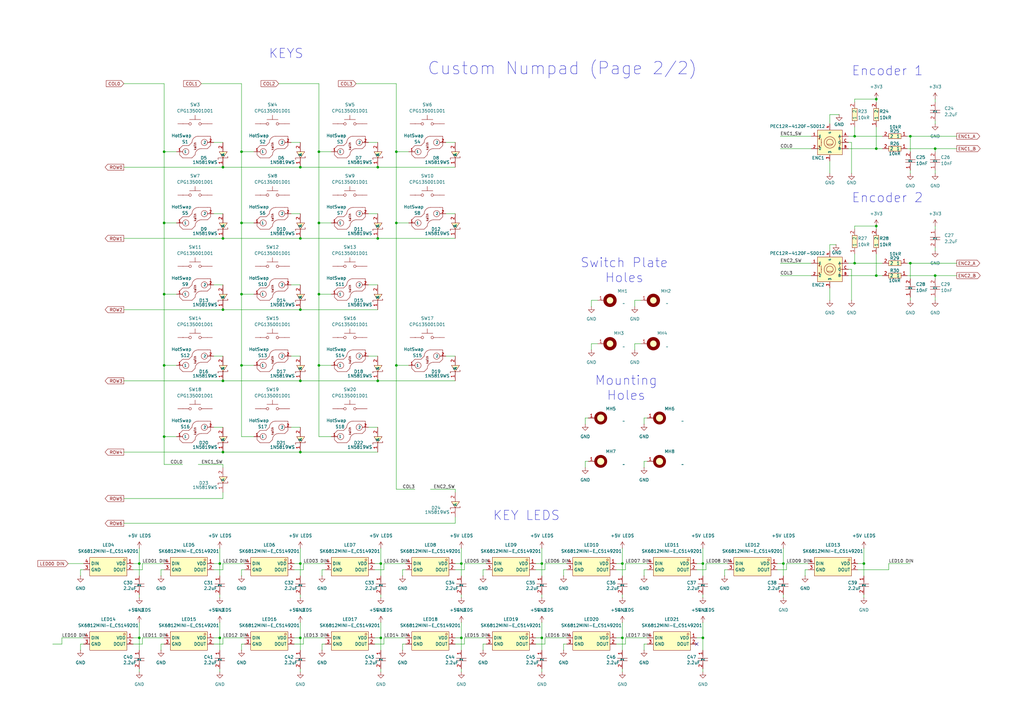
<source format=kicad_sch>
(kicad_sch (version 20231120) (generator "eeschema") (generator_version "8.0")
  (paper "A3")
  (title_block (title "numpad") (date "2024-12-23") (rev "V1"))
  (junction (at 373.38 55.88))
  (junction (at 57.15 231.14))
  (junction (at 67.31 91.44))
  (junction (at 222.25 231.14))
  (junction (at 91.44 156.21))
  (junction (at 99.06 62.23))
  (junction (at 99.06 91.44))
  (junction (at 130.81 120.65))
  (junction (at 67.31 120.65))
  (junction (at 156.21 231.14))
  (junction (at 255.27 261.62))
  (junction (at 90.17 231.14))
  (junction (at 373.38 107.95))
  (junction (at 359.41 92.71))
  (junction (at 91.44 185.42))
  (junction (at 162.56 91.44))
  (junction (at 123.19 68.58))
  (junction (at 350.52 107.95))
  (junction (at 123.19 261.62))
  (junction (at 130.81 91.44))
  (junction (at 162.56 62.23))
  (junction (at 91.44 68.58))
  (junction (at 91.44 127))
  (junction (at 156.21 261.62))
  (junction (at 222.25 261.62))
  (junction (at 383.54 113.03))
  (junction (at 350.52 55.88))
  (junction (at 123.19 97.79))
  (junction (at 189.23 261.62))
  (junction (at 189.23 231.14))
  (junction (at 154.94 97.79))
  (junction (at 162.56 149.86))
  (junction (at 99.06 149.86))
  (junction (at 67.31 62.23))
  (junction (at 255.27 231.14))
  (junction (at 99.06 120.65))
  (junction (at 67.31 179.07))
  (junction (at 354.33 231.14))
  (junction (at 123.19 231.14))
  (junction (at 359.41 113.03))
  (junction (at 154.94 68.58))
  (junction (at 91.44 97.79))
  (junction (at 130.81 62.23))
  (junction (at 288.29 261.62))
  (junction (at 359.41 40.64))
  (junction (at 123.19 127))
  (junction (at 359.41 60.96))
  (junction (at 57.15 261.62))
  (junction (at 90.17 261.62))
  (junction (at 154.94 156.21))
  (junction (at 321.31 231.14))
  (junction (at 123.19 185.42))
  (junction (at 288.29 231.14))
  (junction (at 123.19 156.21))
  (junction (at 67.31 149.86))
  (junction (at 383.54 60.96))
  (junction (at 130.81 149.86))
  (no_connect (at 285.75 264.16))
  (wire (pts (xy 124.46 231.14) (xy 133.35 231.14)))
  (wire (pts (xy 242.57 140.97) (xy 245.11 140.97)))
  (wire (pts (xy 285.75 261.62) (xy 288.29 261.62)))
  (wire (pts (xy 383.54 113.03) (xy 383.54 114.3)))
  (wire (pts (xy 50.8 214.63) (xy 186.69 214.63)))
  (wire (pts (xy 82.55 34.29) (xy 99.06 34.29)))
  (wire (pts (xy 87.63 264.16) (xy 91.44 264.16)))
  (wire (pts (xy 264.16 171.45) (xy 264.16 173.99)))
  (wire (pts (xy 162.56 62.23) (xy 162.56 91.44)))
  (wire (pts (xy 130.81 120.65) (xy 135.89 120.65)))
  (wire (pts (xy 67.31 91.44) (xy 67.31 120.65)))
  (wire (pts (xy 67.31 190.5) (xy 74.93 190.5)))
  (wire (pts (xy 256.54 231.14) (xy 256.54 233.68)))
  (wire (pts (xy 123.19 97.79) (xy 91.44 97.79)))
  (wire (pts (xy 130.81 62.23) (xy 135.89 62.23)))
  (wire (pts (xy 66.04 233.68) (xy 66.04 236.22)))
  (wire (pts (xy 135.89 91.44) (xy 130.81 91.44)))
  (wire (pts (xy 350.52 55.88) (xy 361.95 55.88)))
  (wire (pts (xy 359.41 92.71) (xy 350.52 92.71)))
  (wire (pts (xy 67.31 149.86) (xy 67.31 179.07)))
  (wire (pts (xy 99.06 149.86) (xy 104.14 149.86)))
  (wire (pts (xy 120.65 264.16) (xy 124.46 264.16)))
  (wire (pts (xy 347.98 60.96) (xy 359.41 60.96)))
  (wire (pts (xy 50.8 34.29) (xy 67.31 34.29)))
  (wire (pts (xy 321.31 243.84) (xy 321.31 245.11)))
  (wire (pts (xy 130.81 149.86) (xy 135.89 149.86)))
  (wire (pts (xy 87.63 231.14) (xy 90.17 231.14)))
  (wire (pts (xy 67.31 34.29) (xy 67.31 62.23)))
  (wire (pts (xy 91.44 185.42) (xy 123.19 185.42)))
  (wire (pts (xy 99.06 91.44) (xy 99.06 120.65)))
  (wire (pts (xy 81.28 190.5) (xy 91.44 190.5)))
  (wire (pts (xy 383.54 113.03) (xy 392.43 113.03)))
  (wire (pts (xy 340.36 66.04) (xy 340.36 71.12)))
  (wire (pts (xy 162.56 200.66) (xy 170.18 200.66)))
  (wire (pts (xy 372.11 113.03) (xy 383.54 113.03)))
  (wire (pts (xy 256.54 261.62) (xy 265.43 261.62)))
  (wire (pts (xy 351.79 231.14) (xy 354.33 231.14)))
  (wire (pts (xy 347.98 58.42) (xy 349.25 58.42)))
  (wire (pts (xy 189.23 224.79) (xy 189.23 231.14)))
  (wire (pts (xy 182.88 87.63) (xy 186.69 87.63)))
  (wire (pts (xy 119.38 58.42) (xy 123.19 58.42)))
  (wire (pts (xy 285.75 231.14) (xy 288.29 231.14)))
  (wire (pts (xy 252.73 233.68) (xy 256.54 233.68)))
  (wire (pts (xy 186.69 201.93) (xy 186.69 200.66)))
  (wire (pts (xy 256.54 261.62) (xy 256.54 264.16)))
  (wire (pts (xy 132.08 264.16) (xy 132.08 266.7)))
  (wire (pts (xy 146.05 34.29) (xy 162.56 34.29)))
  (wire (pts (xy 383.54 60.96) (xy 392.43 60.96)))
  (wire (pts (xy 90.17 274.32) (xy 90.17 275.59)))
  (wire (pts (xy 91.44 231.14) (xy 100.33 231.14)))
  (wire (pts (xy 133.35 264.16) (xy 132.08 264.16)))
  (wire (pts (xy 190.5 231.14) (xy 199.39 231.14)))
  (wire (pts (xy 298.45 233.68) (xy 297.18 233.68)))
  (wire (pts (xy 383.54 101.6) (xy 383.54 102.87)))
  (wire (pts (xy 373.38 107.95) (xy 373.38 114.3)))
  (wire (pts (xy 359.41 52.07) (xy 359.41 60.96)))
  (wire (pts (xy 222.25 224.79) (xy 222.25 231.14)))
  (wire (pts (xy 349.25 110.49) (xy 347.98 110.49)))
  (wire (pts (xy 130.81 34.29) (xy 130.81 62.23)))
  (wire (pts (xy 120.65 261.62) (xy 123.19 261.62)))
  (wire (pts (xy 165.1 264.16) (xy 165.1 266.7)))
  (wire (pts (xy 232.41 233.68) (xy 231.14 233.68)))
  (wire (pts (xy 87.63 233.68) (xy 91.44 233.68)))
  (wire (pts (xy 123.19 261.62) (xy 123.19 266.7)))
  (wire (pts (xy 67.31 233.68) (xy 66.04 233.68)))
  (wire (pts (xy 349.25 58.42) (xy 349.25 71.12)))
  (wire (pts (xy 222.25 255.27) (xy 222.25 261.62)))
  (wire (pts (xy 91.44 231.14) (xy 91.44 233.68)))
  (wire (pts (xy 186.69 231.14) (xy 189.23 231.14)))
  (wire (pts (xy 288.29 261.62) (xy 288.29 266.7)))
  (wire (pts (xy 99.06 34.29) (xy 99.06 62.23)))
  (wire (pts (xy 340.36 100.33) (xy 342.9 100.33)))
  (wire (pts (xy 67.31 179.07) (xy 72.39 179.07)))
  (wire (pts (xy 354.33 224.79) (xy 354.33 231.14)))
  (wire (pts (xy 252.73 264.16) (xy 256.54 264.16)))
  (wire (pts (xy 340.36 118.11) (xy 340.36 123.19)))
  (wire (pts (xy 182.88 58.42) (xy 186.69 58.42)))
  (wire (pts (xy 162.56 149.86) (xy 167.64 149.86)))
  (wire (pts (xy 57.15 231.14) (xy 57.15 236.22)))
  (wire (pts (xy 359.41 60.96) (xy 361.95 60.96)))
  (wire (pts (xy 354.33 243.84) (xy 354.33 245.11)))
  (wire (pts (xy 91.44 191.77) (xy 91.44 190.5)))
  (wire (pts (xy 198.12 233.68) (xy 198.12 236.22)))
  (wire (pts (xy 372.11 107.95) (xy 373.38 107.95)))
  (wire (pts (xy 222.25 231.14) (xy 222.25 236.22)))
  (wire (pts (xy 373.38 55.88) (xy 373.38 62.23)))
  (wire (pts (xy 67.31 62.23) (xy 72.39 62.23)))
  (wire (pts (xy 119.38 87.63) (xy 123.19 87.63)))
  (wire (pts (xy 57.15 255.27) (xy 57.15 261.62)))
  (wire (pts (xy 166.37 233.68) (xy 165.1 233.68)))
  (wire (pts (xy 383.54 121.92) (xy 383.54 123.19)))
  (wire (pts (xy 154.94 97.79) (xy 123.19 97.79)))
  (wire (pts (xy 242.57 140.97) (xy 242.57 143.51)))
  (wire (pts (xy 157.48 231.14) (xy 166.37 231.14)))
  (wire (pts (xy 199.39 264.16) (xy 198.12 264.16)))
  (wire (pts (xy 54.61 233.68) (xy 58.42 233.68)))
  (wire (pts (xy 364.49 233.68) (xy 364.49 231.14)))
  (wire (pts (xy 340.36 102.87) (xy 340.36 100.33)))
  (wire (pts (xy 153.67 261.62) (xy 156.21 261.62)))
  (wire (pts (xy 223.52 231.14) (xy 232.41 231.14)))
  (wire (pts (xy 359.41 113.03) (xy 361.95 113.03)))
  (wire (pts (xy 383.54 49.53) (xy 383.54 50.8)))
  (wire (pts (xy 350.52 41.91) (xy 350.52 40.64)))
  (wire (pts (xy 264.16 233.68) (xy 264.16 236.22)))
  (wire (pts (xy 241.3 189.23) (xy 240.03 189.23)))
  (wire (pts (xy 331.47 233.68) (xy 330.2 233.68)))
  (wire (pts (xy 255.27 243.84) (xy 255.27 245.11)))
  (wire (pts (xy 133.35 233.68) (xy 132.08 233.68)))
  (wire (pts (xy 87.63 58.42) (xy 91.44 58.42)))
  (wire (pts (xy 91.44 97.79) (xy 50.8 97.79)))
  (wire (pts (xy 189.23 243.84) (xy 189.23 245.11)))
  (wire (pts (xy 99.06 120.65) (xy 99.06 149.86)))
  (wire (pts (xy 123.19 243.84) (xy 123.19 245.11)))
  (wire (pts (xy 50.8 204.47) (xy 91.44 204.47)))
  (wire (pts (xy 58.42 261.62) (xy 67.31 261.62)))
  (wire (pts (xy 219.71 264.16) (xy 223.52 264.16)))
  (wire (pts (xy 50.8 185.42) (xy 91.44 185.42)))
  (wire (pts (xy 186.69 212.09) (xy 186.69 214.63)))
  (wire (pts (xy 176.53 200.66) (xy 186.69 200.66)))
  (wire (pts (xy 288.29 255.27) (xy 288.29 261.62)))
  (wire (pts (xy 223.52 261.62) (xy 232.41 261.62)))
  (wire (pts (xy 123.19 68.58) (xy 154.94 68.58)))
  (wire (pts (xy 99.06 233.68) (xy 99.06 236.22)))
  (wire (pts (xy 242.57 123.19) (xy 242.57 125.73)))
  (wire (pts (xy 285.75 233.68) (xy 289.56 233.68)))
  (wire (pts (xy 27.94 231.14) (xy 34.29 231.14)))
  (wire (pts (xy 124.46 261.62) (xy 124.46 264.16)))
  (wire (pts (xy 132.08 233.68) (xy 132.08 236.22)))
  (wire (pts (xy 219.71 233.68) (xy 223.52 233.68)))
  (wire (pts (xy 90.17 231.14) (xy 90.17 236.22)))
  (wire (pts (xy 223.52 231.14) (xy 223.52 233.68)))
  (wire (pts (xy 383.54 60.96) (xy 383.54 62.23)))
  (wire (pts (xy 50.8 127) (xy 91.44 127)))
  (wire (pts (xy 58.42 231.14) (xy 67.31 231.14)))
  (wire (pts (xy 189.23 255.27) (xy 189.23 261.62)))
  (wire (pts (xy 57.15 274.32) (xy 57.15 275.59)))
  (wire (pts (xy 151.13 58.42) (xy 154.94 58.42)))
  (wire (pts (xy 99.06 149.86) (xy 99.06 179.07)))
  (wire (pts (xy 321.31 224.79) (xy 321.31 231.14)))
  (wire (pts (xy 265.43 264.16) (xy 264.16 264.16)))
  (wire (pts (xy 166.37 264.16) (xy 165.1 264.16)))
  (wire (pts (xy 123.19 224.79) (xy 123.19 231.14)))
  (wire (pts (xy 130.81 62.23) (xy 130.81 91.44)))
  (wire (pts (xy 100.33 264.16) (xy 99.06 264.16)))
  (wire (pts (xy 50.8 156.21) (xy 91.44 156.21)))
  (wire (pts (xy 90.17 261.62) (xy 90.17 266.7)))
  (wire (pts (xy 91.44 127) (xy 123.19 127)))
  (wire (pts (xy 186.69 261.62) (xy 189.23 261.62)))
  (wire (pts (xy 57.15 224.79) (xy 57.15 231.14)))
  (wire (pts (xy 54.61 231.14) (xy 57.15 231.14)))
  (wire (pts (xy 288.29 224.79) (xy 288.29 231.14)))
  (wire (pts (xy 153.67 231.14) (xy 156.21 231.14)))
  (wire (pts (xy 153.67 233.68) (xy 157.48 233.68)))
  (wire (pts (xy 318.77 233.68) (xy 322.58 233.68)))
  (wire (pts (xy 123.19 255.27) (xy 123.19 261.62)))
  (wire (pts (xy 199.39 233.68) (xy 198.12 233.68)))
  (wire (pts (xy 123.19 156.21) (xy 154.94 156.21)))
  (wire (pts (xy 320.04 107.95) (xy 332.74 107.95)))
  (wire (pts (xy 260.35 140.97) (xy 260.35 143.51)))
  (wire (pts (xy 260.35 123.19) (xy 262.89 123.19)))
  (wire (pts (xy 67.31 62.23) (xy 67.31 91.44)))
  (wire (pts (xy 240.03 171.45) (xy 240.03 173.99)))
  (wire (pts (xy 255.27 274.32) (xy 255.27 275.59)))
  (wire (pts (xy 54.61 261.62) (xy 57.15 261.62)))
  (wire (pts (xy 162.56 91.44) (xy 162.56 149.86)))
  (wire (pts (xy 242.57 123.19) (xy 245.11 123.19)))
  (wire (pts (xy 156.21 274.32) (xy 156.21 275.59)))
  (wire (pts (xy 186.69 233.68) (xy 190.5 233.68)))
  (wire (pts (xy 350.52 52.07) (xy 350.52 55.88)))
  (wire (pts (xy 67.31 120.65) (xy 72.39 120.65)))
  (wire (pts (xy 151.13 87.63) (xy 154.94 87.63)))
  (wire (pts (xy 123.19 185.42) (xy 154.94 185.42)))
  (wire (pts (xy 232.41 264.16) (xy 231.14 264.16)))
  (wire (pts (xy 265.43 189.23) (xy 264.16 189.23)))
  (wire (pts (xy 359.41 104.14) (xy 359.41 113.03)))
  (wire (pts (xy 189.23 274.32) (xy 189.23 275.59)))
  (wire (pts (xy 350.52 104.14) (xy 350.52 107.95)))
  (wire (pts (xy 157.48 261.62) (xy 157.48 264.16)))
  (wire (pts (xy 130.81 120.65) (xy 130.81 149.86)))
  (wire (pts (xy 153.67 264.16) (xy 157.48 264.16)))
  (wire (pts (xy 222.25 243.84) (xy 222.25 245.11)))
  (wire (pts (xy 67.31 179.07) (xy 67.31 190.5)))
  (wire (pts (xy 34.29 264.16) (xy 33.02 264.16)))
  (wire (pts (xy 320.04 60.96) (xy 332.74 60.96)))
  (wire (pts (xy 318.77 231.14) (xy 321.31 231.14)))
  (wire (pts (xy 372.11 55.88) (xy 373.38 55.88)))
  (wire (pts (xy 340.36 50.8) (xy 340.36 46.99)))
  (wire (pts (xy 99.06 62.23) (xy 104.14 62.23)))
  (wire (pts (xy 87.63 175.26) (xy 91.44 175.26)))
  (wire (pts (xy 156.21 255.27) (xy 156.21 261.62)))
  (wire (pts (xy 130.81 149.86) (xy 130.81 179.07)))
  (wire (pts (xy 123.19 274.32) (xy 123.19 275.59)))
  (wire (pts (xy 289.56 231.14) (xy 298.45 231.14)))
  (wire (pts (xy 354.33 231.14) (xy 354.33 236.22)))
  (wire (pts (xy 154.94 156.21) (xy 186.69 156.21)))
  (wire (pts (xy 322.58 231.14) (xy 322.58 233.68)))
  (wire (pts (xy 57.15 243.84) (xy 57.15 245.11)))
  (wire (pts (xy 265.43 233.68) (xy 264.16 233.68)))
  (wire (pts (xy 383.54 69.85) (xy 383.54 71.12)))
  (wire (pts (xy 349.25 110.49) (xy 349.25 123.19)))
  (wire (pts (xy 119.38 175.26) (xy 123.19 175.26)))
  (wire (pts (xy 347.98 113.03) (xy 359.41 113.03)))
  (wire (pts (xy 190.5 261.62) (xy 190.5 264.16)))
  (wire (pts (xy 255.27 261.62) (xy 255.27 266.7)))
  (wire (pts (xy 372.11 60.96) (xy 383.54 60.96)))
  (wire (pts (xy 347.98 107.95) (xy 350.52 107.95)))
  (wire (pts (xy 33.02 233.68) (xy 33.02 236.22)))
  (wire (pts (xy 151.13 175.26) (xy 154.94 175.26)))
  (wire (pts (xy 157.48 231.14) (xy 157.48 233.68)))
  (wire (pts (xy 50.8 68.58) (xy 91.44 68.58)))
  (wire (pts (xy 256.54 231.14) (xy 265.43 231.14)))
  (wire (pts (xy 87.63 116.84) (xy 91.44 116.84)))
  (wire (pts (xy 222.25 274.32) (xy 222.25 275.59)))
  (wire (pts (xy 54.61 264.16) (xy 58.42 264.16)))
  (wire (pts (xy 252.73 261.62) (xy 255.27 261.62)))
  (wire (pts (xy 130.81 91.44) (xy 130.81 120.65)))
  (wire (pts (xy 359.41 92.71) (xy 359.41 93.98)))
  (wire (pts (xy 156.21 243.84) (xy 156.21 245.11)))
  (wire (pts (xy 265.43 171.45) (xy 264.16 171.45)))
  (wire (pts (xy 99.06 120.65) (xy 104.14 120.65)))
  (wire (pts (xy 288.29 243.84) (xy 288.29 245.11)))
  (wire (pts (xy 58.42 261.62) (xy 58.42 264.16)))
  (wire (pts (xy 288.29 231.14) (xy 288.29 236.22)))
  (wire (pts (xy 119.38 146.05) (xy 123.19 146.05)))
  (wire (pts (xy 123.19 231.14) (xy 123.19 236.22)))
  (wire (pts (xy 104.14 91.44) (xy 99.06 91.44)))
  (wire (pts (xy 124.46 261.62) (xy 133.35 261.62)))
  (wire (pts (xy 255.27 231.14) (xy 255.27 236.22)))
  (wire (pts (xy 189.23 261.62) (xy 189.23 266.7)))
  (wire (pts (xy 322.58 231.14) (xy 331.47 231.14)))
  (wire (pts (xy 21.59 264.16) (xy 25.4 264.16)))
  (wire (pts (xy 219.71 261.62) (xy 222.25 261.62)))
  (wire (pts (xy 223.52 261.62) (xy 223.52 264.16)))
  (wire (pts (xy 67.31 149.86) (xy 72.39 149.86)))
  (wire (pts (xy 288.29 274.32) (xy 288.29 275.59)))
  (wire (pts (xy 151.13 146.05) (xy 154.94 146.05)))
  (wire (pts (xy 91.44 261.62) (xy 91.44 264.16)))
  (wire (pts (xy 373.38 55.88) (xy 392.43 55.88)))
  (wire (pts (xy 119.38 116.84) (xy 123.19 116.84)))
  (wire (pts (xy 198.12 264.16) (xy 198.12 266.7)))
  (wire (pts (xy 25.4 261.62) (xy 25.4 264.16)))
  (wire (pts (xy 87.63 146.05) (xy 91.44 146.05)))
  (wire (pts (xy 99.06 62.23) (xy 99.06 91.44)))
  (wire (pts (xy 190.5 261.62) (xy 199.39 261.62)))
  (wire (pts (xy 90.17 243.84) (xy 90.17 245.11)))
  (wire (pts (xy 351.79 233.68) (xy 364.49 233.68)))
  (wire (pts (xy 130.81 179.07) (xy 135.89 179.07)))
  (wire (pts (xy 373.38 121.92) (xy 373.38 123.19)))
  (wire (pts (xy 255.27 255.27) (xy 255.27 261.62)))
  (wire (pts (xy 157.48 261.62) (xy 166.37 261.62)))
  (wire (pts (xy 186.69 264.16) (xy 190.5 264.16)))
  (wire (pts (xy 151.13 116.84) (xy 154.94 116.84)))
  (wire (pts (xy 359.41 40.64) (xy 350.52 40.64)))
  (wire (pts (xy 156.21 231.14) (xy 156.21 236.22)))
  (wire (pts (xy 167.64 91.44) (xy 162.56 91.44)))
  (wire (pts (xy 91.44 201.93) (xy 91.44 204.47)))
  (wire (pts (xy 350.52 107.95) (xy 361.95 107.95)))
  (wire (pts (xy 260.35 140.97) (xy 262.89 140.97)))
  (wire (pts (xy 33.02 264.16) (xy 33.02 266.7)))
  (wire (pts (xy 373.38 107.95) (xy 392.43 107.95)))
  (wire (pts (xy 91.44 261.62) (xy 100.33 261.62)))
  (wire (pts (xy 66.04 264.16) (xy 66.04 266.7)))
  (wire (pts (xy 186.69 97.79) (xy 154.94 97.79)))
  (wire (pts (xy 58.42 231.14) (xy 58.42 233.68)))
  (wire (pts (xy 120.65 233.68) (xy 124.46 233.68)))
  (wire (pts (xy 100.33 233.68) (xy 99.06 233.68)))
  (wire (pts (xy 91.44 156.21) (xy 123.19 156.21)))
  (wire (pts (xy 297.18 233.68) (xy 297.18 236.22)))
  (wire (pts (xy 255.27 224.79) (xy 255.27 231.14)))
  (wire (pts (xy 114.3 34.29) (xy 130.81 34.29)))
  (wire (pts (xy 289.56 231.14) (xy 289.56 233.68)))
  (wire (pts (xy 359.41 40.64) (xy 359.41 41.91)))
  (wire (pts (xy 240.03 189.23) (xy 240.03 191.77)))
  (wire (pts (xy 72.39 91.44) (xy 67.31 91.44)))
  (wire (pts (xy 264.16 264.16) (xy 264.16 266.7)))
  (wire (pts (xy 373.38 69.85) (xy 373.38 71.12)))
  (wire (pts (xy 222.25 261.62) (xy 222.25 266.7)))
  (wire (pts (xy 154.94 68.58) (xy 186.69 68.58)))
  (wire (pts (xy 321.31 231.14) (xy 321.31 236.22)))
  (wire (pts (xy 320.04 113.03) (xy 332.74 113.03)))
  (wire (pts (xy 87.63 87.63) (xy 91.44 87.63)))
  (wire (pts (xy 190.5 231.14) (xy 190.5 233.68)))
  (wire (pts (xy 162.56 149.86) (xy 162.56 200.66)))
  (wire (pts (xy 231.14 233.68) (xy 231.14 236.22)))
  (wire (pts (xy 364.49 231.14) (xy 373.38 231.14)))
  (wire (pts (xy 219.71 231.14) (xy 222.25 231.14)))
  (wire (pts (xy 252.73 231.14) (xy 255.27 231.14)))
  (wire (pts (xy 241.3 171.45) (xy 240.03 171.45)))
  (wire (pts (xy 189.23 231.14) (xy 189.23 236.22)))
  (wire (pts (xy 156.21 261.62) (xy 156.21 266.7)))
  (wire (pts (xy 320.04 55.88) (xy 332.74 55.88)))
  (wire (pts (xy 91.44 68.58) (xy 123.19 68.58)))
  (wire (pts (xy 124.46 231.14) (xy 124.46 233.68)))
  (wire (pts (xy 383.54 92.71) (xy 383.54 93.98)))
  (wire (pts (xy 182.88 146.05) (xy 186.69 146.05)))
  (wire (pts (xy 90.17 224.79) (xy 90.17 231.14)))
  (wire (pts (xy 162.56 34.29) (xy 162.56 62.23)))
  (wire (pts (xy 347.98 55.88) (xy 350.52 55.88)))
  (wire (pts (xy 264.16 189.23) (xy 264.16 191.77)))
  (wire (pts (xy 231.14 264.16) (xy 231.14 266.7)))
  (wire (pts (xy 87.63 261.62) (xy 90.17 261.62)))
  (wire (pts (xy 99.06 264.16) (xy 99.06 266.7)))
  (wire (pts (xy 90.17 255.27) (xy 90.17 261.62)))
  (wire (pts (xy 156.21 224.79) (xy 156.21 231.14)))
  (wire (pts (xy 260.35 123.19) (xy 260.35 125.73)))
  (wire (pts (xy 99.06 179.07) (xy 104.14 179.07)))
  (wire (pts (xy 330.2 233.68) (xy 330.2 236.22)))
  (wire (pts (xy 350.52 93.98) (xy 350.52 92.71)))
  (wire (pts (xy 123.19 127) (xy 154.94 127)))
  (wire (pts (xy 25.4 261.62) (xy 34.29 261.62)))
  (wire (pts (xy 340.36 46.99) (xy 344.17 46.99)))
  (wire (pts (xy 162.56 62.23) (xy 167.64 62.23)))
  (wire (pts (xy 67.31 264.16) (xy 66.04 264.16)))
  (wire (pts (xy 383.54 40.64) (xy 383.54 41.91)))
  (wire (pts (xy 120.65 231.14) (xy 123.19 231.14)))
  (wire (pts (xy 57.15 261.62) (xy 57.15 266.7)))
  (wire (pts (xy 67.31 120.65) (xy 67.31 149.86)))
  (wire (pts (xy 34.29 233.68) (xy 33.02 233.68)))
  (wire (pts (xy 165.1 233.68) (xy 165.1 236.22)))
  (text "Custom Numpad (Page 2/2)\n" (at 230.632 28.194 0) (effects (font (size 5.08 5.08))))
  (text "Encoder 2\n" (at 363.982 81.28 0) (effects (font (size 3.81 3.81))))
  (text "KEYS" (at 117.348 22.098 0) (effects (font (size 3.81 3.81))))
  (text "Mounting\nHoles\n" (at 256.794 159.258 0) (effects (font (size 3.81 3.81))))
  (text "Encoder 1\n" (at 363.982 29.21 0) (effects (font (size 3.81 3.81))))
  (text "KEY LEDS" (at 215.9 211.582 0) (effects (font (size 3.81 3.81))))
  (text "Switch Plate\nHoles" (at 256.032 110.998 0) (effects (font (size 3.81 3.81))))
  (label "COL0" (at 320.04 60.96 0))
  (label "ENC2_SW" (at 177.8 200.66 0))
  (label "LED15 DIN" (at 190.5 261.62 0))
  (label "LED10 DIN" (at 364.49 231.14 0))
  (label "LED08 DIN" (at 289.56 231.14 0))
  (label "ENC1_SW" (at 320.04 55.88 0))
  (label "LED14 DIN" (at 157.48 261.62 0))
  (label "LED04 DIN" (at 157.48 231.14 0))
  (label "LED09 DIN" (at 322.58 231.14 0))
  (label "LED17 DIN" (at 256.54 261.62 0))
  (label "LED12 DIN" (at 91.44 261.62 0))
  (label "COL3" (at 165.1 200.66 0))
  (label "LED10 DIN" (at 25.4 261.62 0))
  (label "LED05 DIN" (at 190.5 231.14 0))
  (label "LED03 DIN" (at 124.46 231.14 0))
  (label "ENC1_SW" (at 82.55 190.5 0))
  (label "LED16 DIN" (at 223.52 261.62 0))
  (label "LED06 DIN" (at 223.52 231.14 0))
  (label "COL0" (at 69.85 190.5 0))
  (label "LED13 DIN" (at 124.46 261.62 0))
  (label "LED11 DIN" (at 58.42 261.62 0))
  (label "LED02 DIN" (at 91.44 231.14 0))
  (label "LED01 DIN" (at 58.42 231.14 0))
  (label "COL3" (at 320.04 113.03 0))
  (label "LED07 DIN" (at 256.54 231.14 0))
  (label "ENC2_SW" (at 320.04 107.95 0))
  (global_label "ENC2_B" (shape output) (at 392.43 113.03 0) (property "Intersheetrefs" "${INTERSHEET_REFS}" (effects (hide yes))))
  (global_label "LED00 DIN" (shape input) (at 27.94 231.14 180) (property "Intersheetrefs" "${INTERSHEET_REFS}" (effects (hide yes))))
  (global_label "ENC1_A" (shape output) (at 392.43 55.88 0) (property "Intersheetrefs" "${INTERSHEET_REFS}" (effects (hide yes))))
  (global_label "ROW3" (shape output) (at 50.8 156.21 180) (property "Intersheetrefs" "${INTERSHEET_REFS}" (effects (hide yes))))
  (global_label "ROW1" (shape output) (at 50.8 97.79 180) (property "Intersheetrefs" "${INTERSHEET_REFS}" (effects (hide yes))))
  (global_label "COL3" (shape input) (at 146.05 34.29 180) (property "Intersheetrefs" "${INTERSHEET_REFS}" (effects (hide yes))))
  (global_label "ROW4" (shape output) (at 50.8 185.42 180) (property "Intersheetrefs" "${INTERSHEET_REFS}" (effects (hide yes))))
  (global_label "ROW5" (shape output) (at 50.8 204.47 180) (property "Intersheetrefs" "${INTERSHEET_REFS}" (effects (hide yes))))
  (global_label "ROW0" (shape output) (at 50.8 68.58 180) (property "Intersheetrefs" "${INTERSHEET_REFS}" (effects (hide yes))))
  (global_label "COL0" (shape input) (at 50.8 34.29 180) (property "Intersheetrefs" "${INTERSHEET_REFS}" (effects (hide yes))))
  (global_label "COL2" (shape input) (at 114.3 34.29 180) (property "Intersheetrefs" "${INTERSHEET_REFS}" (effects (hide yes))))
  (global_label "ROW2" (shape output) (at 50.8 127 180) (property "Intersheetrefs" "${INTERSHEET_REFS}" (effects (hide yes))))
  (global_label "ENC1_B" (shape output) (at 392.43 60.96 0) (property "Intersheetrefs" "${INTERSHEET_REFS}" (effects (hide yes))))
  (global_label "ENC2_A" (shape output) (at 392.43 107.95 0) (property "Intersheetrefs" "${INTERSHEET_REFS}" (effects (hide yes))))
  (global_label "COL1" (shape input) (at 82.55 34.29 180) (property "Intersheetrefs" "${INTERSHEET_REFS}" (effects (hide yes))))
  (global_label "ROW6" (shape output) (at 50.8 214.63 180) (property "Intersheetrefs" "${INTERSHEET_REFS}" (effects (hide yes))))
  (symbol (lib_id "power:GND") (at 57.15 275.59 0) (unit 1)
    (property "Reference" "#PWR0128" (effects (hide yes)))
    (property "Value" "GND" (at 57.15 280.67 0))
    (property "Description" "Power symbol creates a global label with name \"GND\" , ground" (effects (hide yes)))
  )
  (symbol (lib_id "schottky_diode:1N5819WS") (at 123.19 180.34 90) (unit 1)
    (property "Reference" "D21" (at 115.316 181.61 90))
    (property "Value" "1N5819WS" (at 115.824 183.388 90))
    (property "Footprint" "schottky_diode:SOD-323_L1.8-W1.3-LS2.5-RD" (effects (hide yes)))
    (property "Datasheet" "https://lcsc.com/product-detail/Others_B5819WS_C191023.html" (effects (hide yes)))
    (property "LCSC" "C191023" (effects (hide yes)))
    (property "LCSC Part" "C191023" (effects (hide yes)))
  )
  (symbol (lib_id "schottky_diode:1N5819WS") (at 123.19 92.71 90) (unit 1)
    (property "Reference" "D10" (at 115.316 93.98 90))
    (property "Value" "1N5819WS" (at 115.824 95.758 90))
    (property "Footprint" "schottky_diode:SOD-323_L1.8-W1.3-LS2.5-RD" (effects (hide yes)))
    (property "Datasheet" "https://lcsc.com/product-detail/Others_B5819WS_C191023.html" (effects (hide yes)))
    (property "LCSC" "C191023" (effects (hide yes)))
    (property "LCSC Part" "C191023" (effects (hide yes)))
  )
  (symbol (lib_id "power:GND") (at 132.08 236.22 0) (unit 1)
    (property "Reference" "#PWR095" (effects (hide yes)))
    (property "Value" "GND" (at 132.08 241.3 0))
    (property "Description" "Power symbol creates a global label with name \"GND\" , ground" (effects (hide yes)))
  )
  (symbol (lib_id "rgb_led:SK6812MINI-E_C5149201") (at 209.55 233.68 0) (unit 1)
    (property "Reference" "LED9" (at 209.55 223.52 0))
    (property "Value" "SK6812MINI-E_C5149201" (at 209.55 226.06 0))
    (property "Footprint" "rgb_led:LED-SMD_L3.2-W2.8-TR" (effects (hide yes)))
    (property "Datasheet" "https://img.jlc.com/pdf/applyPasteComponent/2021-12-21/757506A/9376501e0a854f2f817213720825c541/WS2812B-3528%E5%B9%BB%E5%BD%A9%E5%8F%8D%E8%B4%B4.pdf" (effects (hide yes)))
    (property "LCSC" "C5149201" (effects (hide yes)))
    (property "LCSC Part" "C5149201" (effects (hide yes)))
  )
  (symbol (lib_id "power:GND") (at 66.04 266.7 0) (unit 1)
    (property "Reference" "#PWR0121" (effects (hide yes)))
    (property "Value" "GND" (at 66.04 271.78 0))
    (property "Description" "Power symbol creates a global label with name \"GND\" , ground" (effects (hide yes)))
  )
  (symbol (lib_id "power:+5V") (at 90.17 255.27 0) (unit 1)
    (property "Reference" "#PWR0113" (effects (hide yes)))
    (property "Value" "+5V LEDS" (at 90.17 250.19 0))
    (property "Description" "Power symbol creates a global label with name \"+5V\"" (effects (hide yes)))
  )
  (symbol (lib_id "power:GND") (at 66.04 236.22 0) (unit 1)
    (property "Reference" "#PWR093" (effects (hide yes)))
    (property "Value" "GND" (at 66.04 241.3 0))
    (property "Description" "Power symbol creates a global label with name \"GND\" , ground" (effects (hide yes)))
  )
  (symbol (lib_id "Kailh_socket:CPG135001S30") (at 111.76 118.11 0) (unit 1)
    (property "Reference" "S10" (at 107.696 116.586 0))
    (property "Value" "HotSwap" (at 106.172 114.046 0))
    (property "Footprint" "CHOC_SW:Kailh_socket_PG1350" (effects (hide yes)))
    (property "Datasheet" "https://img.jlc.com/pdf/applyPasteComponent/2022-03-10/1040576A/4a61c01671f44ec993d78f40fbf3ae23/%E5%87%AF%E5%8D%8E%E7%9F%AE%E8%BD%B4%E8%BD%B4%E5%BA%A7.pdf" (effects (hide yes)))
    (property "LCSC" "C5333465" (effects (hide yes)))
  )
  (symbol (lib_id "mounting_holes:MH_7.5X3.2MM_RF") (at 270.51 171.45 0) (unit 1)
    (property "Reference" "MH6" (at 272.542 167.64 0) (effects (justify left)))
    (property "Value" "~" (at 279.4 172.72 0) (effects (justify left)))
    (property "Footprint" "mounting_holes:MH7.5X3.2MM" (effects (hide yes)))
  )
  (symbol (lib_id "rgb_led:SK6812MINI-E_C5149201") (at 143.51 264.16 0) (unit 1)
    (property "Reference" "LED17" (at 143.51 254 0))
    (property "Value" "SK6812MINI-E_C5149201" (at 143.51 256.54 0))
    (property "Footprint" "rgb_led:LED-SMD_L3.2-W2.8-TR" (effects (hide yes)))
    (property "Datasheet" "https://img.jlc.com/pdf/applyPasteComponent/2021-12-21/757506A/9376501e0a854f2f817213720825c541/WS2812B-3528%E5%B9%BB%E5%BD%A9%E5%8F%8D%E8%B4%B4.pdf" (effects (hide yes)))
    (property "LCSC" "C5149201" (effects (hide yes)))
    (property "LCSC Part" "C5149201" (effects (hide yes)))
  )
  (symbol (lib_id "CHOC_SW:CPG135001D01") (at 111.76 135.89 0) (unit 1)
    (property "Reference" "SW15" (at 111.76 130.556 0))
    (property "Value" "CPG135001D01" (at 111.76 133.096 0))
    (property "Datasheet" "https://lcsc.com/product-detail/Tactile-Switches_Kailh-CPG135001D01_C400229.html" (effects (hide yes)))
    (property "LCSC" "C400229" (effects (hide yes)))
    (property "LCSC Part" "C400229" (effects (hide yes)))
  )
  (symbol (lib_id "0603_10kR:0603WAF1002T5E") (at 350.52 46.99 90) (unit 1)
    (property "Reference" "R23" (at 351.79 45.72 90) (effects (justify right)))
    (property "Value" "10kR" (at 351.79 48.26 90) (effects (justify right)))
    (property "Footprint" "0603_10kR:R0603" (effects (hide yes)))
    (property "Datasheet" "https://lcsc.com/product-detail/Chip-Resistor-Surface-Mount-UniOhm_10KR-1002-1_C25804.html" (effects (hide yes)))
    (property "LCSC" "C25744" (effects (hide yes)))
    (property "LCSC Part" "C25804" (effects (hide yes)))
  )
  (symbol (lib_id "power:GND") (at 344.17 46.99 0) (unit 1)
    (property "Reference" "#PWR060" (effects (hide yes)))
    (property "Value" "GND" (at 344.17 51.054 0))
    (property "Description" "Power symbol creates a global label with name \"GND\" , ground" (effects (hide yes)))
  )
  (symbol (lib_id "power:+5V") (at 189.23 255.27 0) (unit 1)
    (property "Reference" "#PWR0116" (effects (hide yes)))
    (property "Value" "+5V LEDS" (at 189.23 250.19 0))
    (property "Description" "Power symbol creates a global label with name \"+5V\"" (effects (hide yes)))
  )
  (symbol (lib_id "CHOC_SW:CPG135001D01") (at 143.51 77.47 0) (unit 1)
    (property "Reference" "SW9" (at 143.51 72.136 0))
    (property "Value" "CPG135001D01" (at 143.51 74.676 0))
    (property "Datasheet" "https://lcsc.com/product-detail/Tactile-Switches_Kailh-CPG135001D01_C400229.html" (effects (hide yes)))
    (property "LCSC" "C400229" (effects (hide yes)))
    (property "LCSC Part" "C400229" (effects (hide yes)))
  )
  (symbol (lib_id "Kailh_socket:CPG135001S30") (at 111.76 88.9 0) (unit 1)
    (property "Reference" "S6" (at 107.696 87.376 0))
    (property "Value" "HotSwap" (at 106.172 84.836 0))
    (property "Footprint" "CHOC_SW:Kailh_socket_PG1350" (effects (hide yes)))
    (property "Datasheet" "https://img.jlc.com/pdf/applyPasteComponent/2022-03-10/1040576A/4a61c01671f44ec993d78f40fbf3ae23/%E5%87%AF%E5%8D%8E%E7%9F%AE%E8%BD%B4%E8%BD%B4%E5%BA%A7.pdf" (effects (hide yes)))
    (property "LCSC" "C5333465" (effects (hide yes)))
  )
  (symbol (lib_id "power:GND") (at 132.08 266.7 0) (unit 1)
    (property "Reference" "#PWR0123" (effects (hide yes)))
    (property "Value" "GND" (at 132.08 271.78 0))
    (property "Description" "Power symbol creates a global label with name \"GND\" , ground" (effects (hide yes)))
  )
  (symbol (lib_id "0603_10kR:0603WAF1002T5E") (at 359.41 99.06 90) (unit 1)
    (property "Reference" "R28" (at 360.68 97.79 90) (effects (justify right)))
    (property "Value" "10kR" (at 360.68 100.33 90) (effects (justify right)))
    (property "Footprint" "0603_10kR:R0603" (effects (hide yes)))
    (property "Datasheet" "https://lcsc.com/product-detail/Chip-Resistor-Surface-Mount-UniOhm_10KR-1002-1_C25804.html" (effects (hide yes)))
    (property "LCSC" "C25744" (effects (hide yes)))
    (property "LCSC Part" "C25804" (effects (hide yes)))
  )
  (symbol (lib_id "rgb_led:SK6812MINI-E_C5149201") (at 44.45 264.16 0) (unit 1)
    (property "Reference" "LED14" (at 44.45 254 0))
    (property "Value" "SK6812MINI-E_C5149201" (at 44.45 256.54 0))
    (property "Footprint" "rgb_led:LED-SMD_L3.2-W2.8-TR" (effects (hide yes)))
    (property "Datasheet" "https://img.jlc.com/pdf/applyPasteComponent/2021-12-21/757506A/9376501e0a854f2f817213720825c541/WS2812B-3528%E5%B9%BB%E5%BD%A9%E5%8F%8D%E8%B4%B4.pdf" (effects (hide yes)))
    (property "LCSC" "C5149201" (effects (hide yes)))
    (property "LCSC Part" "C5149201" (effects (hide yes)))
  )
  (symbol (lib_id "CHOC_SW:CPG135001D01") (at 143.51 106.68 0) (unit 1)
    (property "Reference" "SW13" (at 143.51 101.346 0))
    (property "Value" "CPG135001D01" (at 143.51 103.886 0))
    (property "Datasheet" "https://lcsc.com/product-detail/Tactile-Switches_Kailh-CPG135001D01_C400229.html" (effects (hide yes)))
    (property "LCSC" "C400229" (effects (hide yes)))
    (property "LCSC Part" "C400229" (effects (hide yes)))
  )
  (symbol (lib_id "schottky_diode:1N5819WS") (at 123.19 151.13 90) (unit 1)
    (property "Reference" "D17" (at 115.316 152.4 90))
    (property "Value" "1N5819WS" (at 115.824 154.178 90))
    (property "Footprint" "schottky_diode:SOD-323_L1.8-W1.3-LS2.5-RD" (effects (hide yes)))
    (property "Datasheet" "https://lcsc.com/product-detail/Others_B5819WS_C191023.html" (effects (hide yes)))
    (property "LCSC" "C191023" (effects (hide yes)))
    (property "LCSC Part" "C191023" (effects (hide yes)))
  )
  (symbol (lib_id "power:+3V3") (at 383.54 92.71 0) (unit 1)
    (property "Reference" "#PWR067" (effects (hide yes)))
    (property "Value" "+3V3" (at 383.54 87.63 0))
    (property "Description" "Power symbol creates a global label with name \"+3V3\"" (effects (hide yes)))
  )
  (symbol (lib_id "rgb_led:SK6812MINI-E_C5149201") (at 77.47 264.16 0) (unit 1)
    (property "Reference" "LED15" (at 77.47 254 0))
    (property "Value" "SK6812MINI-E_C5149201" (at 77.47 256.54 0))
    (property "Footprint" "rgb_led:LED-SMD_L3.2-W2.8-TR" (effects (hide yes)))
    (property "Datasheet" "https://img.jlc.com/pdf/applyPasteComponent/2021-12-21/757506A/9376501e0a854f2f817213720825c541/WS2812B-3528%E5%B9%BB%E5%BD%A9%E5%8F%8D%E8%B4%B4.pdf" (effects (hide yes)))
    (property "LCSC" "C5149201" (effects (hide yes)))
    (property "LCSC Part" "C5149201" (effects (hide yes)))
  )
  (symbol (lib_id "power:GND") (at 198.12 266.7 0) (unit 1)
    (property "Reference" "#PWR0125" (effects (hide yes)))
    (property "Value" "GND" (at 198.12 271.78 0))
    (property "Description" "Power symbol creates a global label with name \"GND\" , ground" (effects (hide yes)))
  )
  (symbol (lib_id "rgb_led:SK6812MINI-E_C5149201") (at 77.47 233.68 0) (unit 1)
    (property "Reference" "LED5" (at 77.47 223.52 0))
    (property "Value" "SK6812MINI-E_C5149201" (at 77.47 226.06 0))
    (property "Footprint" "rgb_led:LED-SMD_L3.2-W2.8-TR" (effects (hide yes)))
    (property "Datasheet" "https://img.jlc.com/pdf/applyPasteComponent/2021-12-21/757506A/9376501e0a854f2f817213720825c541/WS2812B-3528%E5%B9%BB%E5%BD%A9%E5%8F%8D%E8%B4%B4.pdf" (effects (hide yes)))
    (property "LCSC" "C5149201" (effects (hide yes)))
    (property "LCSC Part" "C5149201" (effects (hide yes)))
  )
  (symbol (lib_id "rgb_led:SK6812MINI-E_C5149201") (at 143.51 233.68 0) (unit 1)
    (property "Reference" "LED7" (at 143.51 223.52 0))
    (property "Value" "SK6812MINI-E_C5149201" (at 143.51 226.06 0))
    (property "Footprint" "rgb_led:LED-SMD_L3.2-W2.8-TR" (effects (hide yes)))
    (property "Datasheet" "https://img.jlc.com/pdf/applyPasteComponent/2021-12-21/757506A/9376501e0a854f2f817213720825c541/WS2812B-3528%E5%B9%BB%E5%BD%A9%E5%8F%8D%E8%B4%B4.pdf" (effects (hide yes)))
    (property "LCSC" "C5149201" (effects (hide yes)))
    (property "LCSC Part" "C5149201" (effects (hide yes)))
  )
  (symbol (lib_id "power:+5V") (at 57.15 224.79 0) (unit 1)
    (property "Reference" "#PWR078" (effects (hide yes)))
    (property "Value" "+5V LEDS" (at 57.15 219.71 0))
    (property "Description" "Power symbol creates a global label with name \"+5V\"" (effects (hide yes)))
  )
  (symbol (lib_id "power:GND") (at 33.02 236.22 0) (unit 1)
    (property "Reference" "#PWR092" (effects (hide yes)))
    (property "Value" "GND" (at 33.02 241.3 0))
    (property "Description" "Power symbol creates a global label with name \"GND\" , ground" (effects (hide yes)))
  )
  (symbol (lib_id "power:GND") (at 231.14 236.22 0) (unit 1)
    (property "Reference" "#PWR098" (effects (hide yes)))
    (property "Value" "GND" (at 231.14 241.3 0))
    (property "Description" "Power symbol creates a global label with name \"GND\" , ground" (effects (hide yes)))
  )
  (symbol (lib_id "schottky_diode:1N5819WS") (at 91.44 180.34 90) (unit 1)
    (property "Reference" "D20" (at 83.566 181.61 90))
    (property "Value" "1N5819WS" (at 84.074 183.388 90))
    (property "Footprint" "schottky_diode:SOD-323_L1.8-W1.3-LS2.5-RD" (effects (hide yes)))
    (property "Datasheet" "https://lcsc.com/product-detail/Others_B5819WS_C191023.html" (effects (hide yes)))
    (property "LCSC" "C191023" (effects (hide yes)))
    (property "LCSC Part" "C191023" (effects (hide yes)))
  )
  (symbol (lib_id "0603_10kR:0603WAF1002T5E") (at 367.03 113.03 180) (unit 1)
    (property "Reference" "R30" (at 364.998 110.998 0) (effects (justify right)))
    (property "Value" "10kR" (at 364.49 115.062 0) (effects (justify right)))
    (property "Footprint" "0603_10kR:R0603" (effects (hide yes)))
    (property "Datasheet" "https://lcsc.com/product-detail/Chip-Resistor-Surface-Mount-UniOhm_10KR-1002-1_C25804.html" (effects (hide yes)))
    (property "LCSC" "C25744" (effects (hide yes)))
    (property "LCSC Part" "C25804" (effects (hide yes)))
  )
  (symbol (lib_id "schottky_diode:1N5819WS") (at 154.94 92.71 90) (unit 1)
    (property "Reference" "D11" (at 147.066 93.98 90))
    (property "Value" "1N5819WS" (at 147.574 95.758 90))
    (property "Footprint" "schottky_diode:SOD-323_L1.8-W1.3-LS2.5-RD" (effects (hide yes)))
    (property "Datasheet" "https://lcsc.com/product-detail/Others_B5819WS_C191023.html" (effects (hide yes)))
    (property "LCSC" "C191023" (effects (hide yes)))
    (property "LCSC Part" "C191023" (effects (hide yes)))
  )
  (symbol (lib_id "power:GND") (at 264.16 236.22 0) (unit 1)
    (property "Reference" "#PWR099" (effects (hide yes)))
    (property "Value" "GND" (at 264.16 241.3 0))
    (property "Description" "Power symbol creates a global label with name \"GND\" , ground" (effects (hide yes)))
  )
  (symbol (lib_id "rgb_led:SK6812MINI-E_C5149201") (at 209.55 264.16 0) (unit 1)
    (property "Reference" "LED19" (at 209.55 254 0))
    (property "Value" "SK6812MINI-E_C5149201" (at 209.55 256.54 0))
    (property "Footprint" "rgb_led:LED-SMD_L3.2-W2.8-TR" (effects (hide yes)))
    (property "Datasheet" "https://img.jlc.com/pdf/applyPasteComponent/2021-12-21/757506A/9376501e0a854f2f817213720825c541/WS2812B-3528%E5%B9%BB%E5%BD%A9%E5%8F%8D%E8%B4%B4.pdf" (effects (hide yes)))
    (property "LCSC" "C5149201" (effects (hide yes)))
    (property "LCSC Part" "C5149201" (effects (hide yes)))
  )
  (symbol (lib_id "Kailh_socket:CPG135001S30") (at 80.01 176.53 0) (unit 1)
    (property "Reference" "S16" (at 75.946 175.006 0))
    (property "Value" "HotSwap" (at 74.422 172.466 0))
    (property "Footprint" "CHOC_SW:Kailh_socket_PG1350" (effects (hide yes)))
    (property "Datasheet" "https://img.jlc.com/pdf/applyPasteComponent/2022-03-10/1040576A/4a61c01671f44ec993d78f40fbf3ae23/%E5%87%AF%E5%8D%8E%E7%9F%AE%E8%BD%B4%E8%BD%B4%E5%BA%A7.pdf" (effects (hide yes)))
    (property "LCSC" "C5333465" (effects (hide yes)))
  )
  (symbol (lib_id "schottky_diode:1N5819WS") (at 154.94 180.34 90) (unit 1)
    (property "Reference" "D22" (at 147.066 181.61 90))
    (property "Value" "1N5819WS" (at 147.574 183.388 90))
    (property "Footprint" "schottky_diode:SOD-323_L1.8-W1.3-LS2.5-RD" (effects (hide yes)))
    (property "Datasheet" "https://lcsc.com/product-detail/Others_B5819WS_C191023.html" (effects (hide yes)))
    (property "LCSC" "C191023" (effects (hide yes)))
    (property "LCSC Part" "C191023" (effects (hide yes)))
  )
  (symbol (lib_id "power:+5V") (at 156.21 224.79 0) (unit 1)
    (property "Reference" "#PWR081" (effects (hide yes)))
    (property "Value" "+5V LEDS" (at 156.21 219.71 0))
    (property "Description" "Power symbol creates a global label with name \"+5V\"" (effects (hide yes)))
  )
  (symbol (lib_id "0603_2.2uF:CL10A225KO8NNNC") (at 189.23 270.51 270) (unit 1)
    (property "Reference" "C44" (at 182.626 269.494 90) (effects (justify left)))
    (property "Value" "2.2uF" (at 182.626 271.78 90) (effects (justify left)))
    (property "Footprint" "0603_2.2uF:C0603" (effects (hide yes)))
    (property "Datasheet" "https://lcsc.com/product-detail/Multilayer-Ceramic-Capacitors-MLCC-SMD-SMT_SAMSUNG_CL10A225KO8NNNC_2-2uF-225-10-16V_C23630.html" (effects (hide yes)))
    (property "LCSC" "C12530" (effects (hide yes)))
    (property "LCSC Part" "C23630" (effects (hide yes)))
  )
  (symbol (lib_id "power:GND") (at 255.27 275.59 0) (unit 1)
    (property "Reference" "#PWR0134" (effects (hide yes)))
    (property "Value" "GND" (at 255.27 280.67 0))
    (property "Description" "Power symbol creates a global label with name \"GND\" , ground" (effects (hide yes)))
  )
  (symbol (lib_id "mounting_holes:MH_4X2.2MM_RF") (at 267.97 140.97 0) (unit 1)
    (property "Reference" "MH4" (at 269.494 136.652 0) (effects (justify left)))
    (property "Value" "~" (at 273.05 142.24 0) (effects (justify left)))
    (property "Footprint" "mounting_holes:MH4X2.2MM" (effects (hide yes)))
  )
  (symbol (lib_id "CHOC_SW:CPG135001D01") (at 175.26 48.26 0) (unit 1)
    (property "Reference" "SW6" (at 175.26 42.926 0))
    (property "Value" "CPG135001D01" (at 175.26 45.466 0))
    (property "Datasheet" "https://lcsc.com/product-detail/Tactile-Switches_Kailh-CPG135001D01_C400229.html" (effects (hide yes)))
    (property "LCSC" "C400229" (effects (hide yes)))
    (property "LCSC Part" "C400229" (effects (hide yes)))
  )
  (symbol (lib_id "schottky_diode:1N5819WS") (at 123.19 63.5 90) (unit 1)
    (property "Reference" "D6" (at 115.316 64.77 90))
    (property "Value" "1N5819WS" (at 115.824 66.548 90))
    (property "Footprint" "schottky_diode:SOD-323_L1.8-W1.3-LS2.5-RD" (effects (hide yes)))
    (property "Datasheet" "https://lcsc.com/product-detail/Others_B5819WS_C191023.html" (effects (hide yes)))
    (property "LCSC" "C191023" (effects (hide yes)))
    (property "LCSC Part" "C191023" (effects (hide yes)))
  )
  (symbol (lib_id "power:GND") (at 264.16 173.99 0) (unit 1)
    (property "Reference" "#PWR083" (effects (hide yes)))
    (property "Value" "GND" (at 264.16 179.07 0))
    (property "Description" "Power symbol creates a global label with name \"GND\" , ground" (effects (hide yes)))
  )
  (symbol (lib_id "schottky_diode:1N5819WS") (at 154.94 121.92 90) (unit 1)
    (property "Reference" "D15" (at 147.066 123.19 90))
    (property "Value" "1N5819WS" (at 147.574 124.968 90))
    (property "Footprint" "schottky_diode:SOD-323_L1.8-W1.3-LS2.5-RD" (effects (hide yes)))
    (property "Datasheet" "https://lcsc.com/product-detail/Others_B5819WS_C191023.html" (effects (hide yes)))
    (property "LCSC" "C191023" (effects (hide yes)))
    (property "LCSC Part" "C191023" (effects (hide yes)))
  )
  (symbol (lib_id "power:GND") (at 260.35 125.73 0) (unit 1)
    (property "Reference" "#PWR075" (effects (hide yes)))
    (property "Value" "GND" (at 260.35 130.81 0))
    (property "Description" "Power symbol creates a global label with name \"GND\" , ground" (effects (hide yes)))
  )
  (symbol (lib_id "rgb_led:SK6812MINI-E_C5149201") (at 176.53 264.16 0) (unit 1)
    (property "Reference" "LED18" (at 176.53 254 0))
    (property "Value" "SK6812MINI-E_C5149201" (at 176.53 256.54 0))
    (property "Footprint" "rgb_led:LED-SMD_L3.2-W2.8-TR" (effects (hide yes)))
    (property "Datasheet" "https://img.jlc.com/pdf/applyPasteComponent/2021-12-21/757506A/9376501e0a854f2f817213720825c541/WS2812B-3528%E5%B9%BB%E5%BD%A9%E5%8F%8D%E8%B4%B4.pdf" (effects (hide yes)))
    (property "LCSC" "C5149201" (effects (hide yes)))
    (property "LCSC Part" "C5149201" (effects (hide yes)))
  )
  (symbol (lib_id "0603_10nF:CL10B103KB8NNNC") (at 383.54 66.04 90) (unit 1)
    (property "Reference" "C26" (at 385.826 64.516 90) (effects (justify right)))
    (property "Value" "10nF" (at 385.826 67.056 90) (effects (justify right)))
    (property "Footprint" "0603_10nF:C0603" (effects (hide yes)))
    (property "Datasheet" "https://lcsc.com/product-detail/Multilayer-Ceramic-Capacitors-MLCC-SMD-SMT_SAMSUNG_CL10B103KB8NNNC_10nF-103-10-50V_C1589.html" (effects (hide yes)))
    (property "LCSC" "C15195" (effects (hide yes)))
    (property "LCSC Part" "C1589" (effects (hide yes)))
  )
  (symbol (lib_id "Kailh_socket:CPG135001S30") (at 80.01 147.32 0) (unit 1)
    (property "Reference" "S12" (at 75.946 145.796 0))
    (property "Value" "HotSwap" (at 74.422 143.256 0))
    (property "Footprint" "CHOC_SW:Kailh_socket_PG1350" (effects (hide yes)))
    (property "Datasheet" "https://img.jlc.com/pdf/applyPasteComponent/2022-03-10/1040576A/4a61c01671f44ec993d78f40fbf3ae23/%E5%87%AF%E5%8D%8E%E7%9F%AE%E8%BD%B4%E8%BD%B4%E5%BA%A7.pdf" (effects (hide yes)))
    (property "LCSC" "C5333465" (effects (hide yes)))
  )
  (symbol (lib_id "power:GND") (at 255.27 245.11 0) (unit 1)
    (property "Reference" "#PWR0108" (effects (hide yes)))
    (property "Value" "GND" (at 255.27 250.19 0))
    (property "Description" "Power symbol creates a global label with name \"GND\" , ground" (effects (hide yes)))
  )
  (symbol (lib_id "power:GND") (at 242.57 125.73 0) (unit 1)
    (property "Reference" "#PWR074" (effects (hide yes)))
    (property "Value" "GND" (at 242.57 130.81 0))
    (property "Description" "Power symbol creates a global label with name \"GND\" , ground" (effects (hide yes)))
  )
  (symbol (lib_id "CHOC_SW:CPG135001D01") (at 175.26 77.47 0) (unit 1)
    (property "Reference" "SW10" (at 175.26 72.136 0))
    (property "Value" "CPG135001D01" (at 175.26 74.676 0))
    (property "Datasheet" "https://lcsc.com/product-detail/Tactile-Switches_Kailh-CPG135001D01_C400229.html" (effects (hide yes)))
    (property "LCSC" "C400229" (effects (hide yes)))
    (property "LCSC Part" "C400229" (effects (hide yes)))
  )
  (symbol (lib_id "power:GND") (at 222.25 245.11 0) (unit 1)
    (property "Reference" "#PWR0107" (effects (hide yes)))
    (property "Value" "GND" (at 222.25 250.19 0))
    (property "Description" "Power symbol creates a global label with name \"GND\" , ground" (effects (hide yes)))
  )
  (symbol (lib_id "rgb_led:SK6812MINI-E_C5149201") (at 242.57 233.68 0) (unit 1)
    (property "Reference" "LED10" (at 242.57 223.52 0))
    (property "Value" "SK6812MINI-E_C5149201" (at 242.57 226.06 0))
    (property "Footprint" "rgb_led:LED-SMD_L3.2-W2.8-TR" (effects (hide yes)))
    (property "Datasheet" "https://img.jlc.com/pdf/applyPasteComponent/2021-12-21/757506A/9376501e0a854f2f817213720825c541/WS2812B-3528%E5%B9%BB%E5%BD%A9%E5%8F%8D%E8%B4%B4.pdf" (effects (hide yes)))
    (property "LCSC" "C5149201" (effects (hide yes)))
    (property "LCSC Part" "C5149201" (effects (hide yes)))
  )
  (symbol (lib_id "schottky_diode:1N5819WS") (at 154.94 63.5 90) (unit 1)
    (property "Reference" "D7" (at 147.066 64.77 90))
    (property "Value" "1N5819WS" (at 147.574 66.548 90))
    (property "Footprint" "schottky_diode:SOD-323_L1.8-W1.3-LS2.5-RD" (effects (hide yes)))
    (property "Datasheet" "https://lcsc.com/product-detail/Others_B5819WS_C191023.html" (effects (hide yes)))
    (property "LCSC" "C191023" (effects (hide yes)))
    (property "LCSC Part" "C191023" (effects (hide yes)))
  )
  (symbol (lib_id "CHOC_SW:CPG135001D01") (at 80.01 48.26 0) (unit 1)
    (property "Reference" "SW3" (at 80.01 42.926 0))
    (property "Value" "CPG135001D01" (at 80.01 45.466 0))
    (property "Datasheet" "https://lcsc.com/product-detail/Tactile-Switches_Kailh-CPG135001D01_C400229.html" (effects (hide yes)))
    (property "LCSC" "C400229" (effects (hide yes)))
    (property "LCSC Part" "C400229" (effects (hide yes)))
  )
  (symbol (lib_id "Kailh_socket:CPG135001S30") (at 143.51 118.11 0) (unit 1)
    (property "Reference" "S11" (at 139.446 116.586 0))
    (property "Value" "HotSwap" (at 137.922 114.046 0))
    (property "Footprint" "CHOC_SW:Kailh_socket_PG1350" (effects (hide yes)))
    (property "Datasheet" "https://img.jlc.com/pdf/applyPasteComponent/2022-03-10/1040576A/4a61c01671f44ec993d78f40fbf3ae23/%E5%87%AF%E5%8D%8E%E7%9F%AE%E8%BD%B4%E8%BD%B4%E5%BA%A7.pdf" (effects (hide yes)))
    (property "LCSC" "C5333465" (effects (hide yes)))
  )
  (symbol (lib_id "CHOC_SW:CPG135001D01") (at 80.01 106.68 0) (unit 1)
    (property "Reference" "SW11" (at 80.01 101.346 0))
    (property "Value" "CPG135001D01" (at 80.01 103.886 0))
    (property "Datasheet" "https://lcsc.com/product-detail/Tactile-Switches_Kailh-CPG135001D01_C400229.html" (effects (hide yes)))
    (property "LCSC" "C400229" (effects (hide yes)))
    (property "LCSC Part" "C400229" (effects (hide yes)))
  )
  (symbol (lib_id "encoder:PEC12R-4120F-S0012-C143801") (at 340.36 110.49 90) (mirror x) (unit 1)
    (property "Reference" "ENC2" (at 332.994 116.84 90) (effects (justify right)))
    (property "Value" "PEC12R-4120F-S0012" (at 315.722 103.886 90) (effects (justify right)))
    (property "Footprint" "encoder:SW-TH_PEC12R-4120F-S0012" (effects (hide yes)))
    (property "Datasheet" "https://item.szlcsc.com/155132.html" (effects (hide yes)))
    (property "LCSC" "C143801" (effects (hide yes)))
  )
  (symbol (lib_id "0603_10nF:CL10B103KB8NNNC") (at 383.54 118.11 90) (unit 1)
    (property "Reference" "C29" (at 385.826 116.586 90) (effects (justify right)))
    (property "Value" "10nF" (at 385.826 119.126 90) (effects (justify right)))
    (property "Footprint" "0603_10nF:C0603" (effects (hide yes)))
    (property "Datasheet" "https://lcsc.com/product-detail/Multilayer-Ceramic-Capacitors-MLCC-SMD-SMT_SAMSUNG_CL10B103KB8NNNC_10nF-103-10-50V_C1589.html" (effects (hide yes)))
    (property "LCSC" "C15195" (effects (hide yes)))
    (property "LCSC Part" "C1589" (effects (hide yes)))
  )
  (symbol (lib_id "Kailh_socket:CPG135001S30") (at 111.76 147.32 0) (unit 1)
    (property "Reference" "S13" (at 107.696 145.796 0))
    (property "Value" "HotSwap" (at 106.172 143.256 0))
    (property "Footprint" "CHOC_SW:Kailh_socket_PG1350" (effects (hide yes)))
    (property "Datasheet" "https://img.jlc.com/pdf/applyPasteComponent/2022-03-10/1040576A/4a61c01671f44ec993d78f40fbf3ae23/%E5%87%AF%E5%8D%8E%E7%9F%AE%E8%BD%B4%E8%BD%B4%E5%BA%A7.pdf" (effects (hide yes)))
    (property "LCSC" "C5333465" (effects (hide yes)))
  )
  (symbol (lib_id "power:+5V") (at 255.27 224.79 0) (unit 1)
    (property "Reference" "#PWR086" (effects (hide yes)))
    (property "Value" "+5V LEDS" (at 255.27 219.71 0))
    (property "Description" "Power symbol creates a global label with name \"+5V\"" (effects (hide yes)))
  )
  (symbol (lib_id "Kailh_socket:CPG135001S30") (at 80.01 88.9 0) (unit 1)
    (property "Reference" "S5" (at 75.946 87.376 0))
    (property "Value" "HotSwap" (at 74.422 84.836 0))
    (property "Footprint" "CHOC_SW:Kailh_socket_PG1350" (effects (hide yes)))
    (property "Datasheet" "https://img.jlc.com/pdf/applyPasteComponent/2022-03-10/1040576A/4a61c01671f44ec993d78f40fbf3ae23/%E5%87%AF%E5%8D%8E%E7%9F%AE%E8%BD%B4%E8%BD%B4%E5%BA%A7.pdf" (effects (hide yes)))
    (property "LCSC" "C5333465" (effects (hide yes)))
  )
  (symbol (lib_id "power:GND") (at 288.29 275.59 0) (unit 1)
    (property "Reference" "#PWR0135" (effects (hide yes)))
    (property "Value" "GND" (at 288.29 280.67 0))
    (property "Description" "Power symbol creates a global label with name \"GND\" , ground" (effects (hide yes)))
  )
  (symbol (lib_id "0603_2.2uF:CL10A225KO8NNNC") (at 123.19 240.03 270) (unit 1)
    (property "Reference" "C32" (at 116.586 239.014 90) (effects (justify left)))
    (property "Value" "2.2uF" (at 116.586 241.3 90) (effects (justify left)))
    (property "Footprint" "0603_2.2uF:C0603" (effects (hide yes)))
    (property "Datasheet" "https://lcsc.com/product-detail/Multilayer-Ceramic-Capacitors-MLCC-SMD-SMT_SAMSUNG_CL10A225KO8NNNC_2-2uF-225-10-16V_C23630.html" (effects (hide yes)))
    (property "LCSC" "C12530" (effects (hide yes)))
    (property "LCSC Part" "C23630" (effects (hide yes)))
  )
  (symbol (lib_id "0603_10kR:0603WAF1002T5E") (at 367.03 60.96 180) (unit 1)
    (property "Reference" "R26" (at 364.998 58.928 0) (effects (justify right)))
    (property "Value" "10kR" (at 364.49 62.992 0) (effects (justify right)))
    (property "Footprint" "0603_10kR:R0603" (effects (hide yes)))
    (property "Datasheet" "https://lcsc.com/product-detail/Chip-Resistor-Surface-Mount-UniOhm_10KR-1002-1_C25804.html" (effects (hide yes)))
    (property "LCSC" "C25744" (effects (hide yes)))
    (property "LCSC Part" "C25804" (effects (hide yes)))
  )
  (symbol (lib_id "power:GND") (at 330.2 236.22 0) (unit 1)
    (property "Reference" "#PWR0101" (effects (hide yes)))
    (property "Value" "GND" (at 330.2 241.3 0))
    (property "Description" "Power symbol creates a global label with name \"GND\" , ground" (effects (hide yes)))
  )
  (symbol (lib_id "power:+3V3") (at 383.54 40.64 0) (unit 1)
    (property "Reference" "#PWR059" (effects (hide yes)))
    (property "Value" "+3V3" (at 383.54 35.56 0))
    (property "Description" "Power symbol creates a global label with name \"+3V3\"" (effects (hide yes)))
  )
  (symbol (lib_id "power:+3V3") (at 359.41 92.71 0) (unit 1)
    (property "Reference" "#PWR066" (effects (hide yes)))
    (property "Value" "+3V3" (at 359.41 87.63 0))
    (property "Description" "Power symbol creates a global label with name \"+3V3\"" (effects (hide yes)))
  )
  (symbol (lib_id "0603_10nF:CL10B103KB8NNNC") (at 373.38 66.04 90) (unit 1)
    (property "Reference" "C25" (at 375.666 64.516 90) (effects (justify right)))
    (property "Value" "10nF" (at 375.666 67.056 90) (effects (justify right)))
    (property "Footprint" "0603_10nF:C0603" (effects (hide yes)))
    (property "Datasheet" "https://lcsc.com/product-detail/Multilayer-Ceramic-Capacitors-MLCC-SMD-SMT_SAMSUNG_CL10B103KB8NNNC_10nF-103-10-50V_C1589.html" (effects (hide yes)))
    (property "LCSC" "C15195" (effects (hide yes)))
    (property "LCSC Part" "C1589" (effects (hide yes)))
  )
  (symbol (lib_id "power:GND") (at 340.36 123.19 0) (unit 1)
    (property "Reference" "#PWR070" (effects (hide yes)))
    (property "Value" "GND" (at 340.36 128.27 0))
    (property "Description" "Power symbol creates a global label with name \"GND\" , ground" (effects (hide yes)))
  )
  (symbol (lib_id "0603_2.2uF:CL10A225KO8NNNC") (at 189.23 240.03 270) (unit 1)
    (property "Reference" "C34" (at 182.626 239.014 90) (effects (justify left)))
    (property "Value" "2.2uF" (at 182.626 241.3 90) (effects (justify left)))
    (property "Footprint" "0603_2.2uF:C0603" (effects (hide yes)))
    (property "Datasheet" "https://lcsc.com/product-detail/Multilayer-Ceramic-Capacitors-MLCC-SMD-SMT_SAMSUNG_CL10A225KO8NNNC_2-2uF-225-10-16V_C23630.html" (effects (hide yes)))
    (property "LCSC" "C12530" (effects (hide yes)))
    (property "LCSC Part" "C23630" (effects (hide yes)))
  )
  (symbol (lib_id "power:+5V") (at 255.27 255.27 0) (unit 1)
    (property "Reference" "#PWR0118" (effects (hide yes)))
    (property "Value" "+5V LEDS" (at 255.27 250.19 0))
    (property "Description" "Power symbol creates a global label with name \"+5V\"" (effects (hide yes)))
  )
  (symbol (lib_id "power:GND") (at 165.1 236.22 0) (unit 1)
    (property "Reference" "#PWR096" (effects (hide yes)))
    (property "Value" "GND" (at 165.1 241.3 0))
    (property "Description" "Power symbol creates a global label with name \"GND\" , ground" (effects (hide yes)))
  )
  (symbol (lib_id "Kailh_socket:CPG135001S30") (at 80.01 118.11 0) (unit 1)
    (property "Reference" "S9" (at 75.946 116.586 0))
    (property "Value" "HotSwap" (at 74.422 114.046 0))
    (property "Footprint" "CHOC_SW:Kailh_socket_PG1350" (effects (hide yes)))
    (property "Datasheet" "https://img.jlc.com/pdf/applyPasteComponent/2022-03-10/1040576A/4a61c01671f44ec993d78f40fbf3ae23/%E5%87%AF%E5%8D%8E%E7%9F%AE%E8%BD%B4%E8%BD%B4%E5%BA%A7.pdf" (effects (hide yes)))
    (property "LCSC" "C5333465" (effects (hide yes)))
  )
  (symbol (lib_id "CHOC_SW:CPG135001D01") (at 80.01 77.47 0) (unit 1)
    (property "Reference" "SW7" (at 80.01 72.136 0))
    (property "Value" "CPG135001D01" (at 80.01 74.676 0))
    (property "Datasheet" "https://lcsc.com/product-detail/Tactile-Switches_Kailh-CPG135001D01_C400229.html" (effects (hide yes)))
    (property "LCSC" "C400229" (effects (hide yes)))
    (property "LCSC Part" "C400229" (effects (hide yes)))
  )
  (symbol (lib_id "0603_2.2uF:CL10A225KO8NNNC") (at 288.29 270.51 270) (unit 1)
    (property "Reference" "C47" (at 281.686 269.494 90) (effects (justify left)))
    (property "Value" "2.2uF" (at 281.686 271.78 90) (effects (justify left)))
    (property "Footprint" "0603_2.2uF:C0603" (effects (hide yes)))
    (property "Datasheet" "https://lcsc.com/product-detail/Multilayer-Ceramic-Capacitors-MLCC-SMD-SMT_SAMSUNG_CL10A225KO8NNNC_2-2uF-225-10-16V_C23630.html" (effects (hide yes)))
    (property "LCSC" "C12530" (effects (hide yes)))
    (property "LCSC Part" "C23630" (effects (hide yes)))
  )
  (symbol (lib_id "0603_10kR:0603WAF1002T5E") (at 359.41 46.99 90) (unit 1)
    (property "Reference" "R24" (at 360.68 45.72 90) (effects (justify right)))
    (property "Value" "10kR" (at 360.68 48.26 90) (effects (justify right)))
    (property "Footprint" "0603_10kR:R0603" (effects (hide yes)))
    (property "Datasheet" "https://lcsc.com/product-detail/Chip-Resistor-Surface-Mount-UniOhm_10KR-1002-1_C25804.html" (effects (hide yes)))
    (property "LCSC" "C25744" (effects (hide yes)))
    (property "LCSC Part" "C25804" (effects (hide yes)))
  )
  (symbol (lib_id "power:+5V") (at 57.15 255.27 0) (unit 1)
    (property "Reference" "#PWR0112" (effects (hide yes)))
    (property "Value" "+5V LEDS" (at 57.15 250.19 0))
    (property "Description" "Power symbol creates a global label with name \"+5V\"" (effects (hide yes)))
  )
  (symbol (lib_id "power:GND") (at 99.06 236.22 0) (unit 1)
    (property "Reference" "#PWR094" (effects (hide yes)))
    (property "Value" "GND" (at 99.06 241.3 0))
    (property "Description" "Power symbol creates a global label with name \"GND\" , ground" (effects (hide yes)))
  )
  (symbol (lib_id "rgb_led:SK6812MINI-E_C5149201") (at 176.53 233.68 0) (unit 1)
    (property "Reference" "LED8" (at 176.53 223.52 0))
    (property "Value" "SK6812MINI-E_C5149201" (at 176.53 226.06 0))
    (property "Footprint" "rgb_led:LED-SMD_L3.2-W2.8-TR" (effects (hide yes)))
    (property "Datasheet" "https://img.jlc.com/pdf/applyPasteComponent/2021-12-21/757506A/9376501e0a854f2f817213720825c541/WS2812B-3528%E5%B9%BB%E5%BD%A9%E5%8F%8D%E8%B4%B4.pdf" (effects (hide yes)))
    (property "LCSC" "C5149201" (effects (hide yes)))
    (property "LCSC Part" "C5149201" (effects (hide yes)))
  )
  (symbol (lib_id "power:+5V") (at 321.31 224.79 0) (unit 1)
    (property "Reference" "#PWR090" (effects (hide yes)))
    (property "Value" "+5V LEDS" (at 321.31 219.71 0))
    (property "Description" "Power symbol creates a global label with name \"+5V\"" (effects (hide yes)))
  )
  (symbol (lib_id "power:GND") (at 240.03 173.99 0) (unit 1)
    (property "Reference" "#PWR082" (effects (hide yes)))
    (property "Value" "GND" (at 240.03 179.07 0))
    (property "Description" "Power symbol creates a global label with name \"GND\" , ground" (effects (hide yes)))
  )
  (symbol (lib_id "0603_2.2uF:CL10A225KO8NNNC") (at 90.17 240.03 270) (unit 1)
    (property "Reference" "C31" (at 83.566 239.014 90) (effects (justify left)))
    (property "Value" "2.2uF" (at 83.566 241.3 90) (effects (justify left)))
    (property "Footprint" "0603_2.2uF:C0603" (effects (hide yes)))
    (property "Datasheet" "https://lcsc.com/product-detail/Multilayer-Ceramic-Capacitors-MLCC-SMD-SMT_SAMSUNG_CL10A225KO8NNNC_2-2uF-225-10-16V_C23630.html" (effects (hide yes)))
    (property "LCSC" "C12530" (effects (hide yes)))
    (property "LCSC Part" "C23630" (effects (hide yes)))
  )
  (symbol (lib_id "mounting_holes:MH_4X2.2MM_RF") (at 250.19 123.19 0) (unit 1)
    (property "Reference" "MH1" (at 253.238 119.38 0) (effects (justify left)))
    (property "Value" "~" (at 255.27 124.46 0) (effects (justify left)))
    (property "Footprint" "mounting_holes:MH4X2.2MM" (effects (hide yes)))
  )
  (symbol (lib_id "0603_10nF:CL10B103KB8NNNC") (at 373.38 118.11 90) (unit 1)
    (property "Reference" "C28" (at 375.666 116.586 90) (effects (justify right)))
    (property "Value" "10nF" (at 375.666 119.126 90) (effects (justify right)))
    (property "Footprint" "0603_10nF:C0603" (effects (hide yes)))
    (property "Datasheet" "https://lcsc.com/product-detail/Multilayer-Ceramic-Capacitors-MLCC-SMD-SMT_SAMSUNG_CL10B103KB8NNNC_10nF-103-10-50V_C1589.html" (effects (hide yes)))
    (property "LCSC" "C15195" (effects (hide yes)))
    (property "LCSC Part" "C1589" (effects (hide yes)))
  )
  (symbol (lib_id "power:+5V") (at 90.17 224.79 0) (unit 1)
    (property "Reference" "#PWR079" (effects (hide yes)))
    (property "Value" "+5V LEDS" (at 90.17 219.71 0))
    (property "Description" "Power symbol creates a global label with name \"+5V\"" (effects (hide yes)))
  )
  (symbol (lib_id "rgb_led:SK6812MINI-E_C5149201") (at 44.45 233.68 0) (unit 1)
    (property "Reference" "LED4" (at 44.45 223.52 0))
    (property "Value" "SK6812MINI-E_C5149201" (at 44.45 226.06 0))
    (property "Footprint" "rgb_led:LED-SMD_L3.2-W2.8-TR" (effects (hide yes)))
    (property "Datasheet" "https://img.jlc.com/pdf/applyPasteComponent/2021-12-21/757506A/9376501e0a854f2f817213720825c541/WS2812B-3528%E5%B9%BB%E5%BD%A9%E5%8F%8D%E8%B4%B4.pdf" (effects (hide yes)))
    (property "LCSC" "C5149201" (effects (hide yes)))
    (property "LCSC Part" "C5149201" (effects (hide yes)))
  )
  (symbol (lib_id "rgb_led:SK6812MINI-E_C5149201") (at 308.61 233.68 0) (unit 1)
    (property "Reference" "LED12" (at 308.61 223.52 0))
    (property "Value" "SK6812MINI-E_C5149201" (at 308.61 226.06 0))
    (property "Footprint" "rgb_led:LED-SMD_L3.2-W2.8-TR" (effects (hide yes)))
    (property "Datasheet" "https://img.jlc.com/pdf/applyPasteComponent/2021-12-21/757506A/9376501e0a854f2f817213720825c541/WS2812B-3528%E5%B9%BB%E5%BD%A9%E5%8F%8D%E8%B4%B4.pdf" (effects (hide yes)))
    (property "LCSC" "C5149201" (effects (hide yes)))
    (property "LCSC Part" "C5149201" (effects (hide yes)))
  )
  (symbol (lib_id "power:+5V") (at 222.25 255.27 0) (unit 1)
    (property "Reference" "#PWR0117" (effects (hide yes)))
    (property "Value" "+5V LEDS" (at 222.25 250.19 0))
    (property "Description" "Power symbol creates a global label with name \"+5V\"" (effects (hide yes)))
  )
  (symbol (lib_id "power:+5V") (at 354.33 224.79 0) (unit 1)
    (property "Reference" "#PWR091" (effects (hide yes)))
    (property "Value" "+5V LEDS" (at 354.33 219.71 0))
    (property "Description" "Power symbol creates a global label with name \"+5V\"" (effects (hide yes)))
  )
  (symbol (lib_id "mounting_holes:MH_7.5X3.2MM_RF") (at 246.38 171.45 0) (unit 1)
    (property "Reference" "MH5" (at 248.412 167.64 0) (effects (justify left)))
    (property "Value" "~" (at 255.27 172.72 0) (effects (justify left)))
    (property "Footprint" "mounting_holes:MH7.5X3.2MM" (effects (hide yes)))
  )
  (symbol (lib_id "schottky_diode:1N5819WS") (at 91.44 121.92 90) (unit 1)
    (property "Reference" "D13" (at 83.566 123.19 90))
    (property "Value" "1N5819WS" (at 84.074 124.968 90))
    (property "Footprint" "schottky_diode:SOD-323_L1.8-W1.3-LS2.5-RD" (effects (hide yes)))
    (property "Datasheet" "https://lcsc.com/product-detail/Others_B5819WS_C191023.html" (effects (hide yes)))
    (property "LCSC" "C191023" (effects (hide yes)))
    (property "LCSC Part" "C191023" (effects (hide yes)))
  )
  (symbol (lib_id "power:GND") (at 373.38 123.19 0) (unit 1)
    (property "Reference" "#PWR072" (effects (hide yes)))
    (property "Value" "GND" (at 373.38 128.27 0))
    (property "Description" "Power symbol creates a global label with name \"GND\" , ground" (effects (hide yes)))
  )
  (symbol (lib_id "0603_10kR:0603WAF1002T5E") (at 367.03 55.88 180) (unit 1)
    (property "Reference" "R25" (at 364.998 53.848 0) (effects (justify right)))
    (property "Value" "10kR" (at 364.744 52.07 0) (effects (justify right)))
    (property "Footprint" "0603_10kR:R0603" (effects (hide yes)))
    (property "Datasheet" "https://lcsc.com/product-detail/Chip-Resistor-Surface-Mount-UniOhm_10KR-1002-1_C25804.html" (effects (hide yes)))
    (property "LCSC" "C25744" (effects (hide yes)))
    (property "LCSC Part" "C25804" (effects (hide yes)))
  )
  (symbol (lib_id "CHOC_SW:CPG135001D01") (at 80.01 135.89 0) (unit 1)
    (property "Reference" "SW14" (at 80.01 130.556 0))
    (property "Value" "CPG135001D01" (at 80.01 133.096 0))
    (property "Datasheet" "https://lcsc.com/product-detail/Tactile-Switches_Kailh-CPG135001D01_C400229.html" (effects (hide yes)))
    (property "LCSC" "C400229" (effects (hide yes)))
    (property "LCSC Part" "C400229" (effects (hide yes)))
  )
  (symbol (lib_id "0603_2.2uF:CL10A225KO8NNNC") (at 383.54 45.72 270) (unit 1)
    (property "Reference" "C24" (at 387.35 44.4499 90) (effects (justify left)))
    (property "Value" "2.2uF" (at 387.35 46.9899 90) (effects (justify left)))
    (property "Footprint" "0603_2.2uF:C0603" (effects (hide yes)))
    (property "Datasheet" "https://lcsc.com/product-detail/Multilayer-Ceramic-Capacitors-MLCC-SMD-SMT_SAMSUNG_CL10A225KO8NNNC_2-2uF-225-10-16V_C23630.html" (effects (hide yes)))
    (property "LCSC" "C12530" (effects (hide yes)))
    (property "LCSC Part" "C23630" (effects (hide yes)))
  )
  (symbol (lib_id "0603_2.2uF:CL10A225KO8NNNC") (at 222.25 240.03 270) (unit 1)
    (property "Reference" "C35" (at 215.646 239.014 90) (effects (justify left)))
    (property "Value" "2.2uF" (at 215.646 241.3 90) (effects (justify left)))
    (property "Footprint" "0603_2.2uF:C0603" (effects (hide yes)))
    (property "Datasheet" "https://lcsc.com/product-detail/Multilayer-Ceramic-Capacitors-MLCC-SMD-SMT_SAMSUNG_CL10A225KO8NNNC_2-2uF-225-10-16V_C23630.html" (effects (hide yes)))
    (property "LCSC" "C12530" (effects (hide yes)))
    (property "LCSC Part" "C23630" (effects (hide yes)))
  )
  (symbol (lib_id "mounting_holes:MH_7.5X3.2MM_RF") (at 270.51 189.23 0) (unit 1)
    (property "Reference" "MH8" (at 272.542 185.166 0) (effects (justify left)))
    (property "Value" "~" (at 279.4 190.5 0) (effects (justify left)))
    (property "Footprint" "mounting_holes:MH7.5X3.2MM" (effects (hide yes)))
  )
  (symbol (lib_id "power:GND") (at 260.35 143.51 0) (unit 1)
    (property "Reference" "#PWR077" (effects (hide yes)))
    (property "Value" "GND" (at 260.35 148.59 0))
    (property "Description" "Power symbol creates a global label with name \"GND\" , ground" (effects (hide yes)))
  )
  (symbol (lib_id "CHOC_SW:CPG135001D01") (at 111.76 77.47 0) (unit 1)
    (property "Reference" "SW8" (at 111.76 72.136 0))
    (property "Value" "CPG135001D01" (at 111.76 74.676 0))
    (property "Datasheet" "https://lcsc.com/product-detail/Tactile-Switches_Kailh-CPG135001D01_C400229.html" (effects (hide yes)))
    (property "LCSC" "C400229" (effects (hide yes)))
    (property "LCSC Part" "C400229" (effects (hide yes)))
  )
  (symbol (lib_id "schottky_diode:1N5819WS") (at 186.69 207.01 90) (unit 1)
    (property "Reference" "D24" (at 178.816 208.28 90))
    (property "Value" "1N5819WS" (at 179.324 210.058 90))
    (property "Footprint" "schottky_diode:SOD-323_L1.8-W1.3-LS2.5-RD" (effects (hide yes)))
    (property "Datasheet" "https://lcsc.com/product-detail/Others_B5819WS_C191023.html" (effects (hide yes)))
    (property "LCSC" "C191023" (effects (hide yes)))
    (property "LCSC Part" "C191023" (effects (hide yes)))
  )
  (symbol (lib_id "0603_2.2uF:CL10A225KO8NNNC") (at 57.15 270.51 270) (unit 1)
    (property "Reference" "C40" (at 50.546 269.494 90) (effects (justify left)))
    (property "Value" "2.2uF" (at 50.546 271.78 90) (effects (justify left)))
    (property "Footprint" "0603_2.2uF:C0603" (effects (hide yes)))
    (property "Datasheet" "https://lcsc.com/product-detail/Multilayer-Ceramic-Capacitors-MLCC-SMD-SMT_SAMSUNG_CL10A225KO8NNNC_2-2uF-225-10-16V_C23630.html" (effects (hide yes)))
    (property "LCSC" "C12530" (effects (hide yes)))
    (property "LCSC Part" "C23630" (effects (hide yes)))
  )
  (symbol (lib_id "0603_2.2uF:CL10A225KO8NNNC") (at 354.33 240.03 270) (unit 1)
    (property "Reference" "C39" (at 347.726 239.014 90) (effects (justify left)))
    (property "Value" "2.2uF" (at 347.726 241.3 90) (effects (justify left)))
    (property "Footprint" "0603_2.2uF:C0603" (effects (hide yes)))
    (property "Datasheet" "https://lcsc.com/product-detail/Multilayer-Ceramic-Capacitors-MLCC-SMD-SMT_SAMSUNG_CL10A225KO8NNNC_2-2uF-225-10-16V_C23630.html" (effects (hide yes)))
    (property "LCSC" "C12530" (effects (hide yes)))
    (property "LCSC Part" "C23630" (effects (hide yes)))
  )
  (symbol (lib_id "CHOC_SW:CPG135001D01") (at 111.76 106.68 0) (unit 1)
    (property "Reference" "SW12" (at 111.76 101.346 0))
    (property "Value" "CPG135001D01" (at 111.76 103.886 0))
    (property "Datasheet" "https://lcsc.com/product-detail/Tactile-Switches_Kailh-CPG135001D01_C400229.html" (effects (hide yes)))
    (property "LCSC" "C400229" (effects (hide yes)))
    (property "LCSC Part" "C400229" (effects (hide yes)))
  )
  (symbol (lib_id "mounting_holes:MH_4X2.2MM_RF") (at 250.19 140.97 0) (unit 1)
    (property "Reference" "MH3" (at 251.714 136.652 0) (effects (justify left)))
    (property "Value" "~" (at 255.27 142.24 0) (effects (justify left)))
    (property "Footprint" "mounting_holes:MH4X2.2MM" (effects (hide yes)))
  )
  (symbol (lib_id "power:GND") (at 123.19 275.59 0) (unit 1)
    (property "Reference" "#PWR0130" (effects (hide yes)))
    (property "Value" "GND" (at 123.19 280.67 0))
    (property "Description" "Power symbol creates a global label with name \"GND\" , ground" (effects (hide yes)))
  )
  (symbol (lib_id "power:GND") (at 373.38 71.12 0) (unit 1)
    (property "Reference" "#PWR064" (effects (hide yes)))
    (property "Value" "GND" (at 373.38 76.2 0))
    (property "Description" "Power symbol creates a global label with name \"GND\" , ground" (effects (hide yes)))
  )
  (symbol (lib_id "power:GND") (at 189.23 245.11 0) (unit 1)
    (property "Reference" "#PWR0106" (effects (hide yes)))
    (property "Value" "GND" (at 189.23 250.19 0))
    (property "Description" "Power symbol creates a global label with name \"GND\" , ground" (effects (hide yes)))
  )
  (symbol (lib_id "0603_2.2uF:CL10A225KO8NNNC") (at 90.17 270.51 270) (unit 1)
    (property "Reference" "C41" (at 83.566 269.494 90) (effects (justify left)))
    (property "Value" "2.2uF" (at 83.566 271.78 90) (effects (justify left)))
    (property "Footprint" "0603_2.2uF:C0603" (effects (hide yes)))
    (property "Datasheet" "https://lcsc.com/product-detail/Multilayer-Ceramic-Capacitors-MLCC-SMD-SMT_SAMSUNG_CL10A225KO8NNNC_2-2uF-225-10-16V_C23630.html" (effects (hide yes)))
    (property "LCSC" "C12530" (effects (hide yes)))
    (property "LCSC Part" "C23630" (effects (hide yes)))
  )
  (symbol (lib_id "power:+5V") (at 123.19 255.27 0) (unit 1)
    (property "Reference" "#PWR0114" (effects (hide yes)))
    (property "Value" "+5V LEDS" (at 123.19 250.19 0))
    (property "Description" "Power symbol creates a global label with name \"+5V\"" (effects (hide yes)))
  )
  (symbol (lib_id "power:GND") (at 198.12 236.22 0) (unit 1)
    (property "Reference" "#PWR097" (effects (hide yes)))
    (property "Value" "GND" (at 198.12 241.3 0))
    (property "Description" "Power symbol creates a global label with name \"GND\" , ground" (effects (hide yes)))
  )
  (symbol (lib_id "power:GND") (at 156.21 275.59 0) (unit 1)
    (property "Reference" "#PWR0131" (effects (hide yes)))
    (property "Value" "GND" (at 156.21 280.67 0))
    (property "Description" "Power symbol creates a global label with name \"GND\" , ground" (effects (hide yes)))
  )
  (symbol (lib_id "Kailh_socket:CPG135001S30") (at 143.51 59.69 0) (unit 1)
    (property "Reference" "S3" (at 139.446 58.166 0))
    (property "Value" "HotSwap" (at 137.922 55.626 0))
    (property "Footprint" "CHOC_SW:Kailh_socket_PG1350" (effects (hide yes)))
    (property "Datasheet" "https://img.jlc.com/pdf/applyPasteComponent/2022-03-10/1040576A/4a61c01671f44ec993d78f40fbf3ae23/%E5%87%AF%E5%8D%8E%E7%9F%AE%E8%BD%B4%E8%BD%B4%E5%BA%A7.pdf" (effects (hide yes)))
    (property "LCSC" "C5333465" (effects (hide yes)))
  )
  (symbol (lib_id "rgb_led:SK6812MINI-E_C5149201") (at 275.59 233.68 0) (unit 1)
    (property "Reference" "LED11" (at 275.59 223.52 0))
    (property "Value" "SK6812MINI-E_C5149201" (at 275.59 226.06 0))
    (property "Footprint" "rgb_led:LED-SMD_L3.2-W2.8-TR" (effects (hide yes)))
    (property "Datasheet" "https://img.jlc.com/pdf/applyPasteComponent/2021-12-21/757506A/9376501e0a854f2f817213720825c541/WS2812B-3528%E5%B9%BB%E5%BD%A9%E5%8F%8D%E8%B4%B4.pdf" (effects (hide yes)))
    (property "LCSC" "C5149201" (effects (hide yes)))
    (property "LCSC Part" "C5149201" (effects (hide yes)))
  )
  (symbol (lib_id "power:GND") (at 156.21 245.11 0) (unit 1)
    (property "Reference" "#PWR0105" (effects (hide yes)))
    (property "Value" "GND" (at 156.21 250.19 0))
    (property "Description" "Power symbol creates a global label with name \"GND\" , ground" (effects (hide yes)))
  )
  (symbol (lib_id "schottky_diode:1N5819WS") (at 123.19 121.92 90) (unit 1)
    (property "Reference" "D14" (at 115.316 123.19 90))
    (property "Value" "1N5819WS" (at 115.824 124.968 90))
    (property "Footprint" "schottky_diode:SOD-323_L1.8-W1.3-LS2.5-RD" (effects (hide yes)))
    (property "Datasheet" "https://lcsc.com/product-detail/Others_B5819WS_C191023.html" (effects (hide yes)))
    (property "LCSC" "C191023" (effects (hide yes)))
    (property "LCSC Part" "C191023" (effects (hide yes)))
  )
  (symbol (lib_id "power:+5V") (at 123.19 224.79 0) (unit 1)
    (property "Reference" "#PWR080" (effects (hide yes)))
    (property "Value" "+5V LEDS" (at 123.19 219.71 0))
    (property "Description" "Power symbol creates a global label with name \"+5V\"" (effects (hide yes)))
  )
  (symbol (lib_id "CHOC_SW:CPG135001D01") (at 143.51 165.1 0) (unit 1)
    (property "Reference" "SW20" (at 143.51 159.766 0))
    (property "Value" "CPG135001D01" (at 143.51 162.306 0))
    (property "Datasheet" "https://lcsc.com/product-detail/Tactile-Switches_Kailh-CPG135001D01_C400229.html" (effects (hide yes)))
    (property "LCSC" "C400229" (effects (hide yes)))
    (property "LCSC Part" "C400229" (effects (hide yes)))
  )
  (symbol (lib_id "schottky_diode:1N5819WS") (at 186.69 92.71 90) (unit 1)
    (property "Reference" "D12" (at 178.816 93.98 90))
    (property "Value" "1N5819WS" (at 179.324 95.758 90))
    (property "Footprint" "schottky_diode:SOD-323_L1.8-W1.3-LS2.5-RD" (effects (hide yes)))
    (property "Datasheet" "https://lcsc.com/product-detail/Others_B5819WS_C191023.html" (effects (hide yes)))
    (property "LCSC" "C191023" (effects (hide yes)))
    (property "LCSC Part" "C191023" (effects (hide yes)))
  )
  (symbol (lib_id "rgb_led:SK6812MINI-E_C5149201") (at 275.59 264.16 0) (unit 1)
    (property "Reference" "LED21" (at 275.59 254 0))
    (property "Value" "SK6812MINI-E_C5149201" (at 275.59 256.54 0))
    (property "Footprint" "rgb_led:LED-SMD_L3.2-W2.8-TR" (effects (hide yes)))
    (property "Datasheet" "https://img.jlc.com/pdf/applyPasteComponent/2021-12-21/757506A/9376501e0a854f2f817213720825c541/WS2812B-3528%E5%B9%BB%E5%BD%A9%E5%8F%8D%E8%B4%B4.pdf" (effects (hide yes)))
    (property "LCSC" "C5149201" (effects (hide yes)))
    (property "LCSC Part" "C5149201" (effects (hide yes)))
  )
  (symbol (lib_id "power:+5V") (at 156.21 255.27 0) (unit 1)
    (property "Reference" "#PWR0115" (effects (hide yes)))
    (property "Value" "+5V LEDS" (at 156.21 250.19 0))
    (property "Description" "Power symbol creates a global label with name \"+5V\"" (effects (hide yes)))
  )
  (symbol (lib_id "power:GND") (at 383.54 123.19 0) (unit 1)
    (property "Reference" "#PWR073" (effects (hide yes)))
    (property "Value" "GND" (at 383.54 128.27 0))
    (property "Description" "Power symbol creates a global label with name \"GND\" , ground" (effects (hide yes)))
  )
  (symbol (lib_id "rgb_led:SK6812MINI-E_C5149201") (at 242.57 264.16 0) (unit 1)
    (property "Reference" "LED20" (at 242.57 254 0))
    (property "Value" "SK6812MINI-E_C5149201" (at 242.57 256.54 0))
    (property "Footprint" "rgb_led:LED-SMD_L3.2-W2.8-TR" (effects (hide yes)))
    (property "Datasheet" "https://img.jlc.com/pdf/applyPasteComponent/2021-12-21/757506A/9376501e0a854f2f817213720825c541/WS2812B-3528%E5%B9%BB%E5%BD%A9%E5%8F%8D%E8%B4%B4.pdf" (effects (hide yes)))
    (property "LCSC" "C5149201" (effects (hide yes)))
    (property "LCSC Part" "C5149201" (effects (hide yes)))
  )
  (symbol (lib_id "power:GND") (at 264.16 191.77 0) (unit 1)
    (property "Reference" "#PWR089" (effects (hide yes)))
    (property "Value" "GND" (at 264.16 196.85 0))
    (property "Description" "Power symbol creates a global label with name \"GND\" , ground" (effects (hide yes)))
  )
  (symbol (lib_id "power:GND") (at 383.54 102.87 0) (unit 1)
    (property "Reference" "#PWR069" (effects (hide yes)))
    (property "Value" "GND" (at 383.54 107.95 0))
    (property "Description" "Power symbol creates a global label with name \"GND\" , ground" (effects (hide yes)))
  )
  (symbol (lib_id "schottky_diode:1N5819WS") (at 91.44 63.5 90) (unit 1)
    (property "Reference" "D5" (at 83.566 64.77 90))
    (property "Value" "1N5819WS" (at 84.074 66.548 90))
    (property "Footprint" "schottky_diode:SOD-323_L1.8-W1.3-LS2.5-RD" (effects (hide yes)))
    (property "Datasheet" "https://lcsc.com/product-detail/Others_B5819WS_C191023.html" (effects (hide yes)))
    (property "LCSC" "C191023" (effects (hide yes)))
    (property "LCSC Part" "C191023" (effects (hide yes)))
  )
  (symbol (lib_id "rgb_led:SK6812MINI-E_C5149201") (at 110.49 233.68 0) (unit 1)
    (property "Reference" "LED6" (at 110.49 223.52 0))
    (property "Value" "SK6812MINI-E_C5149201" (at 110.49 226.06 0))
    (property "Footprint" "rgb_led:LED-SMD_L3.2-W2.8-TR" (effects (hide yes)))
    (property "Datasheet" "https://img.jlc.com/pdf/applyPasteComponent/2021-12-21/757506A/9376501e0a854f2f817213720825c541/WS2812B-3528%E5%B9%BB%E5%BD%A9%E5%8F%8D%E8%B4%B4.pdf" (effects (hide yes)))
    (property "LCSC" "C5149201" (effects (hide yes)))
    (property "LCSC Part" "C5149201" (effects (hide yes)))
  )
  (symbol (lib_id "power:GND") (at 240.03 191.77 0) (unit 1)
    (property "Reference" "#PWR088" (effects (hide yes)))
    (property "Value" "GND" (at 240.03 196.85 0))
    (property "Description" "Power symbol creates a global label with name \"GND\" , ground" (effects (hide yes)))
  )
  (symbol (lib_id "power:GND") (at 57.15 245.11 0) (unit 1)
    (property "Reference" "#PWR0102" (effects (hide yes)))
    (property "Value" "GND" (at 57.15 250.19 0))
    (property "Description" "Power symbol creates a global label with name \"GND\" , ground" (effects (hide yes)))
  )
  (symbol (lib_id "power:GND") (at 288.29 245.11 0) (unit 1)
    (property "Reference" "#PWR0109" (effects (hide yes)))
    (property "Value" "GND" (at 288.29 250.19 0))
    (property "Description" "Power symbol creates a global label with name \"GND\" , ground" (effects (hide yes)))
  )
  (symbol (lib_id "0603_2.2uF:CL10A225KO8NNNC") (at 321.31 240.03 270) (unit 1)
    (property "Reference" "C38" (at 314.706 239.014 90) (effects (justify left)))
    (property "Value" "2.2uF" (at 314.706 241.3 90) (effects (justify left)))
    (property "Footprint" "0603_2.2uF:C0603" (effects (hide yes)))
    (property "Datasheet" "https://lcsc.com/product-detail/Multilayer-Ceramic-Capacitors-MLCC-SMD-SMT_SAMSUNG_CL10A225KO8NNNC_2-2uF-225-10-16V_C23630.html" (effects (hide yes)))
    (property "LCSC" "C12530" (effects (hide yes)))
    (property "LCSC Part" "C23630" (effects (hide yes)))
  )
  (symbol (lib_id "power:GND") (at 264.16 266.7 0) (unit 1)
    (property "Reference" "#PWR0127" (effects (hide yes)))
    (property "Value" "GND" (at 264.16 271.78 0))
    (property "Description" "Power symbol creates a global label with name \"GND\" , ground" (effects (hide yes)))
  )
  (symbol (lib_id "power:GND") (at 99.06 266.7 0) (unit 1)
    (property "Reference" "#PWR0122" (effects (hide yes)))
    (property "Value" "GND" (at 99.06 271.78 0))
    (property "Description" "Power symbol creates a global label with name \"GND\" , ground" (effects (hide yes)))
  )
  (symbol (lib_id "mounting_holes:MH_7.5X3.2MM_RF") (at 246.38 189.23 0) (unit 1)
    (property "Reference" "MH7" (at 248.412 185.166 0) (effects (justify left)))
    (property "Value" "~" (at 255.27 190.5 0) (effects (justify left)))
    (property "Footprint" "mounting_holes:MH7.5X3.2MM" (effects (hide yes)))
  )
  (symbol (lib_id "0603_2.2uF:CL10A225KO8NNNC") (at 383.54 97.79 270) (unit 1)
    (property "Reference" "C27" (at 387.35 96.5199 90) (effects (justify left)))
    (property "Value" "2.2uF" (at 387.35 99.0599 90) (effects (justify left)))
    (property "Footprint" "0603_2.2uF:C0603" (effects (hide yes)))
    (property "Datasheet" "https://lcsc.com/product-detail/Multilayer-Ceramic-Capacitors-MLCC-SMD-SMT_SAMSUNG_CL10A225KO8NNNC_2-2uF-225-10-16V_C23630.html" (effects (hide yes)))
    (property "LCSC" "C12530" (effects (hide yes)))
    (property "LCSC Part" "C23630" (effects (hide yes)))
  )
  (symbol (lib_id "power:GND") (at 354.33 245.11 0) (unit 1)
    (property "Reference" "#PWR0111" (effects (hide yes)))
    (property "Value" "GND" (at 354.33 250.19 0))
    (property "Description" "Power symbol creates a global label with name \"GND\" , ground" (effects (hide yes)))
  )
  (symbol (lib_id "power:GND") (at 189.23 275.59 0) (unit 1)
    (property "Reference" "#PWR0132" (effects (hide yes)))
    (property "Value" "GND" (at 189.23 280.67 0))
    (property "Description" "Power symbol creates a global label with name \"GND\" , ground" (effects (hide yes)))
  )
  (symbol (lib_id "schottky_diode:1N5819WS") (at 186.69 63.5 90) (unit 1)
    (property "Reference" "D8" (at 178.816 64.77 90))
    (property "Value" "1N5819WS" (at 179.324 66.548 90))
    (property "Footprint" "schottky_diode:SOD-323_L1.8-W1.3-LS2.5-RD" (effects (hide yes)))
    (property "Datasheet" "https://lcsc.com/product-detail/Others_B5819WS_C191023.html" (effects (hide yes)))
    (property "LCSC" "C191023" (effects (hide yes)))
    (property "LCSC Part" "C191023" (effects (hide yes)))
  )
  (symbol (lib_id "power:GND") (at 123.19 245.11 0) (unit 1)
    (property "Reference" "#PWR0104" (effects (hide yes)))
    (property "Value" "GND" (at 123.19 250.19 0))
    (property "Description" "Power symbol creates a global label with name \"GND\" , ground" (effects (hide yes)))
  )
  (symbol (lib_id "schottky_diode:1N5819WS") (at 186.69 151.13 90) (unit 1)
    (property "Reference" "D19" (at 178.816 152.4 90))
    (property "Value" "1N5819WS" (at 179.324 154.178 90))
    (property "Footprint" "schottky_diode:SOD-323_L1.8-W1.3-LS2.5-RD" (effects (hide yes)))
    (property "Datasheet" "https://lcsc.com/product-detail/Others_B5819WS_C191023.html" (effects (hide yes)))
    (property "LCSC" "C191023" (effects (hide yes)))
    (property "LCSC Part" "C191023" (effects (hide yes)))
  )
  (symbol (lib_id "schottky_diode:1N5819WS") (at 154.94 151.13 90) (unit 1)
    (property "Reference" "D18" (at 147.066 152.4 90))
    (property "Value" "1N5819WS" (at 147.574 154.178 90))
    (property "Footprint" "schottky_diode:SOD-323_L1.8-W1.3-LS2.5-RD" (effects (hide yes)))
    (property "Datasheet" "https://lcsc.com/product-detail/Others_B5819WS_C191023.html" (effects (hide yes)))
    (property "LCSC" "C191023" (effects (hide yes)))
    (property "LCSC Part" "C191023" (effects (hide yes)))
  )
  (symbol (lib_id "Kailh_socket:CPG135001S30") (at 111.76 59.69 0) (unit 1)
    (property "Reference" "S2" (at 107.696 58.166 0))
    (property "Value" "HotSwap" (at 106.172 55.626 0))
    (property "Footprint" "CHOC_SW:Kailh_socket_PG1350" (effects (hide yes)))
    (property "Datasheet" "https://img.jlc.com/pdf/applyPasteComponent/2022-03-10/1040576A/4a61c01671f44ec993d78f40fbf3ae23/%E5%87%AF%E5%8D%8E%E7%9F%AE%E8%BD%B4%E8%BD%B4%E5%BA%A7.pdf" (effects (hide yes)))
    (property "LCSC" "C5333465" (effects (hide yes)))
  )
  (symbol (lib_id "encoder:PEC12R-4120F-S0012-C143801") (at 340.36 58.42 90) (mirror x) (unit 1)
    (property "Reference" "ENC1" (at 332.994 64.77 90) (effects (justify right)))
    (property "Value" "PEC12R-4120F-S0012" (at 315.722 51.816 90) (effects (justify right)))
    (property "Footprint" "encoder:SW-TH_PEC12R-4120F-S0012" (effects (hide yes)))
    (property "Datasheet" "https://item.szlcsc.com/155132.html" (effects (hide yes)))
    (property "LCSC" "C143801" (effects (hide yes)))
  )
  (symbol (lib_id "rgb_led:SK6812MINI-E_C5149201") (at 110.49 264.16 0) (unit 1)
    (property "Reference" "LED16" (at 110.49 254 0))
    (property "Value" "SK6812MINI-E_C5149201" (at 110.49 256.54 0))
    (property "Footprint" "rgb_led:LED-SMD_L3.2-W2.8-TR" (effects (hide yes)))
    (property "Datasheet" "https://img.jlc.com/pdf/applyPasteComponent/2021-12-21/757506A/9376501e0a854f2f817213720825c541/WS2812B-3528%E5%B9%BB%E5%BD%A9%E5%8F%8D%E8%B4%B4.pdf" (effects (hide yes)))
    (property "LCSC" "C5149201" (effects (hide yes)))
    (property "LCSC Part" "C5149201" (effects (hide yes)))
  )
  (symbol (lib_id "power:GND") (at 90.17 275.59 0) (unit 1)
    (property "Reference" "#PWR0129" (effects (hide yes)))
    (property "Value" "GND" (at 90.17 280.67 0))
    (property "Description" "Power symbol creates a global label with name \"GND\" , ground" (effects (hide yes)))
  )
  (symbol (lib_id "rgb_led:SK6812MINI-E_C5149201") (at 341.63 233.68 0) (unit 1)
    (property "Reference" "LED13" (at 341.63 223.52 0))
    (property "Value" "SK6812MINI-E_C5149201" (at 341.63 226.06 0))
    (property "Footprint" "rgb_led:LED-SMD_L3.2-W2.8-TR" (effects (hide yes)))
    (property "Datasheet" "https://img.jlc.com/pdf/applyPasteComponent/2021-12-21/757506A/9376501e0a854f2f817213720825c541/WS2812B-3528%E5%B9%BB%E5%BD%A9%E5%8F%8D%E8%B4%B4.pdf" (effects (hide yes)))
    (property "LCSC" "C5149201" (effects (hide yes)))
    (property "LCSC Part" "C5149201" (effects (hide yes)))
  )
  (symbol (lib_id "Kailh_socket:CPG135001S30") (at 175.26 88.9 0) (unit 1)
    (property "Reference" "S8" (at 171.196 87.376 0))
    (property "Value" "HotSwap" (at 169.672 84.836 0))
    (property "Footprint" "CHOC_SW:Kailh_socket_PG1350" (effects (hide yes)))
    (property "Datasheet" "https://img.jlc.com/pdf/applyPasteComponent/2022-03-10/1040576A/4a61c01671f44ec993d78f40fbf3ae23/%E5%87%AF%E5%8D%8E%E7%9F%AE%E8%BD%B4%E8%BD%B4%E5%BA%A7.pdf" (effects (hide yes)))
    (property "LCSC" "C5333465" (effects (hide yes)))
  )
  (symbol (lib_id "power:GND") (at 90.17 245.11 0) (unit 1)
    (property "Reference" "#PWR0103" (effects (hide yes)))
    (property "Value" "GND" (at 90.17 250.19 0))
    (property "Description" "Power symbol creates a global label with name \"GND\" , ground" (effects (hide yes)))
  )
  (symbol (lib_id "power:+5V") (at 189.23 224.79 0) (unit 1)
    (property "Reference" "#PWR084" (effects (hide yes)))
    (property "Value" "+5V LEDS" (at 189.23 219.71 0))
    (property "Description" "Power symbol creates a global label with name \"+5V\"" (effects (hide yes)))
  )
  (symbol (lib_id "power:GND") (at 165.1 266.7 0) (unit 1)
    (property "Reference" "#PWR0124" (effects (hide yes)))
    (property "Value" "GND" (at 165.1 271.78 0))
    (property "Description" "Power symbol creates a global label with name \"GND\" , ground" (effects (hide yes)))
  )
  (symbol (lib_id "schottky_diode:1N5819WS") (at 91.44 196.85 90) (unit 1)
    (property "Reference" "D23" (at 83.566 198.12 90))
    (property "Value" "1N5819WS" (at 84.074 199.898 90))
    (property "Footprint" "schottky_diode:SOD-323_L1.8-W1.3-LS2.5-RD" (effects (hide yes)))
    (property "Datasheet" "https://lcsc.com/product-detail/Others_B5819WS_C191023.html" (effects (hide yes)))
    (property "LCSC" "C191023" (effects (hide yes)))
    (property "LCSC Part" "C191023" (effects (hide yes)))
  )
  (symbol (lib_id "power:GND") (at 383.54 71.12 0) (unit 1)
    (property "Reference" "#PWR065" (effects (hide yes)))
    (property "Value" "GND" (at 383.54 76.2 0))
    (property "Description" "Power symbol creates a global label with name \"GND\" , ground" (effects (hide yes)))
  )
  (symbol (lib_id "0603_2.2uF:CL10A225KO8NNNC") (at 222.25 270.51 270) (unit 1)
    (property "Reference" "C45" (at 215.646 269.494 90) (effects (justify left)))
    (property "Value" "2.2uF" (at 215.646 271.78 90) (effects (justify left)))
    (property "Footprint" "0603_2.2uF:C0603" (effects (hide yes)))
    (property "Datasheet" "https://lcsc.com/product-detail/Multilayer-Ceramic-Capacitors-MLCC-SMD-SMT_SAMSUNG_CL10A225KO8NNNC_2-2uF-225-10-16V_C23630.html" (effects (hide yes)))
    (property "LCSC" "C12530" (effects (hide yes)))
    (property "LCSC Part" "C23630" (effects (hide yes)))
  )
  (symbol (lib_id "power:GND") (at 222.25 275.59 0) (unit 1)
    (property "Reference" "#PWR0133" (effects (hide yes)))
    (property "Value" "GND" (at 222.25 280.67 0))
    (property "Description" "Power symbol creates a global label with name \"GND\" , ground" (effects (hide yes)))
  )
  (symbol (lib_id "0603_2.2uF:CL10A225KO8NNNC") (at 255.27 240.03 270) (unit 1)
    (property "Reference" "C36" (at 248.666 239.014 90) (effects (justify left)))
    (property "Value" "2.2uF" (at 248.666 241.3 90) (effects (justify left)))
    (property "Footprint" "0603_2.2uF:C0603" (effects (hide yes)))
    (property "Datasheet" "https://lcsc.com/product-detail/Multilayer-Ceramic-Capacitors-MLCC-SMD-SMT_SAMSUNG_CL10A225KO8NNNC_2-2uF-225-10-16V_C23630.html" (effects (hide yes)))
    (property "LCSC" "C12530" (effects (hide yes)))
    (property "LCSC Part" "C23630" (effects (hide yes)))
  )
  (symbol (lib_id "CHOC_SW:CPG135001D01") (at 175.26 135.89 0) (unit 1)
    (property "Reference" "SW17" (at 175.26 130.556 0))
    (property "Value" "CPG135001D01" (at 175.26 133.096 0))
    (property "Datasheet" "https://lcsc.com/product-detail/Tactile-Switches_Kailh-CPG135001D01_C400229.html" (effects (hide yes)))
    (property "LCSC" "C400229" (effects (hide yes)))
    (property "LCSC Part" "C400229" (effects (hide yes)))
  )
  (symbol (lib_id "0603_2.2uF:CL10A225KO8NNNC") (at 57.15 240.03 270) (unit 1)
    (property "Reference" "C30" (at 50.546 239.014 90) (effects (justify left)))
    (property "Value" "2.2uF" (at 50.546 241.3 90) (effects (justify left)))
    (property "Footprint" "0603_2.2uF:C0603" (effects (hide yes)))
    (property "Datasheet" "https://lcsc.com/product-detail/Multilayer-Ceramic-Capacitors-MLCC-SMD-SMT_SAMSUNG_CL10A225KO8NNNC_2-2uF-225-10-16V_C23630.html" (effects (hide yes)))
    (property "LCSC" "C12530" (effects (hide yes)))
    (property "LCSC Part" "C23630" (effects (hide yes)))
  )
  (symbol (lib_id "CHOC_SW:CPG135001D01") (at 143.51 135.89 0) (unit 1)
    (property "Reference" "SW16" (at 143.51 130.556 0))
    (property "Value" "CPG135001D01" (at 143.51 133.096 0))
    (property "Datasheet" "https://lcsc.com/product-detail/Tactile-Switches_Kailh-CPG135001D01_C400229.html" (effects (hide yes)))
    (property "LCSC" "C400229" (effects (hide yes)))
    (property "LCSC Part" "C400229" (effects (hide yes)))
  )
  (symbol (lib_id "Kailh_socket:CPG135001S30") (at 143.51 88.9 0) (unit 1)
    (property "Reference" "S7" (at 139.446 87.376 0))
    (property "Value" "HotSwap" (at 137.922 84.836 0))
    (property "Footprint" "CHOC_SW:Kailh_socket_PG1350" (effects (hide yes)))
    (property "Datasheet" "https://img.jlc.com/pdf/applyPasteComponent/2022-03-10/1040576A/4a61c01671f44ec993d78f40fbf3ae23/%E5%87%AF%E5%8D%8E%E7%9F%AE%E8%BD%B4%E8%BD%B4%E5%BA%A7.pdf" (effects (hide yes)))
    (property "LCSC" "C5333465" (effects (hide yes)))
  )
  (symbol (lib_id "schottky_diode:1N5819WS") (at 91.44 92.71 90) (unit 1)
    (property "Reference" "D9" (at 83.566 93.98 90))
    (property "Value" "1N5819WS" (at 84.074 95.758 90))
    (property "Footprint" "schottky_diode:SOD-323_L1.8-W1.3-LS2.5-RD" (effects (hide yes)))
    (property "Datasheet" "https://lcsc.com/product-detail/Others_B5819WS_C191023.html" (effects (hide yes)))
    (property "LCSC" "C191023" (effects (hide yes)))
    (property "LCSC Part" "C191023" (effects (hide yes)))
  )
  (symbol (lib_id "CHOC_SW:CPG135001D01") (at 111.76 48.26 0) (unit 1)
    (property "Reference" "SW4" (at 111.76 42.926 0))
    (property "Value" "CPG135001D01" (at 111.76 45.466 0))
    (property "Datasheet" "https://lcsc.com/product-detail/Tactile-Switches_Kailh-CPG135001D01_C400229.html" (effects (hide yes)))
    (property "LCSC" "C400229" (effects (hide yes)))
    (property "LCSC Part" "C400229" (effects (hide yes)))
  )
  (symbol (lib_id "power:GND") (at 383.54 50.8 0) (unit 1)
    (property "Reference" "#PWR061" (effects (hide yes)))
    (property "Value" "GND" (at 383.54 55.88 0))
    (property "Description" "Power symbol creates a global label with name \"GND\" , ground" (effects (hide yes)))
  )
  (symbol (lib_id "schottky_diode:1N5819WS") (at 91.44 151.13 90) (unit 1)
    (property "Reference" "D16" (at 83.566 152.4 90))
    (property "Value" "1N5819WS" (at 84.074 154.178 90))
    (property "Footprint" "schottky_diode:SOD-323_L1.8-W1.3-LS2.5-RD" (effects (hide yes)))
    (property "Datasheet" "https://lcsc.com/product-detail/Others_B5819WS_C191023.html" (effects (hide yes)))
    (property "LCSC" "C191023" (effects (hide yes)))
    (property "LCSC Part" "C191023" (effects (hide yes)))
  )
  (symbol (lib_id "Kailh_socket:CPG135001S30") (at 175.26 59.69 0) (unit 1)
    (property "Reference" "S4" (at 171.196 58.166 0))
    (property "Value" "HotSwap" (at 169.672 55.626 0))
    (property "Footprint" "CHOC_SW:Kailh_socket_PG1350" (effects (hide yes)))
    (property "Datasheet" "https://img.jlc.com/pdf/applyPasteComponent/2022-03-10/1040576A/4a61c01671f44ec993d78f40fbf3ae23/%E5%87%AF%E5%8D%8E%E7%9F%AE%E8%BD%B4%E8%BD%B4%E5%BA%A7.pdf" (effects (hide yes)))
    (property "LCSC" "C5333465" (effects (hide yes)))
  )
  (symbol (lib_id "power:+3V3") (at 359.41 40.64 0) (unit 1)
    (property "Reference" "#PWR058" (effects (hide yes)))
    (property "Value" "+3V3" (at 359.41 35.56 0))
    (property "Description" "Power symbol creates a global label with name \"+3V3\"" (effects (hide yes)))
  )
  (symbol (lib_id "CHOC_SW:CPG135001D01") (at 80.01 165.1 0) (unit 1)
    (property "Reference" "SW18" (at 80.01 159.766 0))
    (property "Value" "CPG135001D01" (at 80.01 162.306 0))
    (property "Datasheet" "https://lcsc.com/product-detail/Tactile-Switches_Kailh-CPG135001D01_C400229.html" (effects (hide yes)))
    (property "LCSC" "C400229" (effects (hide yes)))
    (property "LCSC Part" "C400229" (effects (hide yes)))
  )
  (symbol (lib_id "power:GND") (at 349.25 123.19 0) (unit 1)
    (property "Reference" "#PWR071" (effects (hide yes)))
    (property "Value" "GND" (at 349.25 128.27 0))
    (property "Description" "Power symbol creates a global label with name \"GND\" , ground" (effects (hide yes)))
  )
  (symbol (lib_id "0603_2.2uF:CL10A225KO8NNNC") (at 255.27 270.51 270) (unit 1)
    (property "Reference" "C46" (at 248.666 269.494 90) (effects (justify left)))
    (property "Value" "2.2uF" (at 248.666 271.78 90) (effects (justify left)))
    (property "Footprint" "0603_2.2uF:C0603" (effects (hide yes)))
    (property "Datasheet" "https://lcsc.com/product-detail/Multilayer-Ceramic-Capacitors-MLCC-SMD-SMT_SAMSUNG_CL10A225KO8NNNC_2-2uF-225-10-16V_C23630.html" (effects (hide yes)))
    (property "LCSC" "C12530" (effects (hide yes)))
    (property "LCSC Part" "C23630" (effects (hide yes)))
  )
  (symbol (lib_id "CHOC_SW:CPG135001D01") (at 143.51 48.26 0) (unit 1)
    (property "Reference" "SW5" (at 143.51 42.926 0))
    (property "Value" "CPG135001D01" (at 143.51 45.466 0))
    (property "Datasheet" "https://lcsc.com/product-detail/Tactile-Switches_Kailh-CPG135001D01_C400229.html" (effects (hide yes)))
    (property "LCSC" "C400229" (effects (hide yes)))
    (property "LCSC Part" "C400229" (effects (hide yes)))
  )
  (symbol (lib_id "CHOC_SW:CPG135001D01") (at 111.76 165.1 0) (unit 1)
    (property "Reference" "SW19" (at 111.76 159.766 0))
    (property "Value" "CPG135001D01" (at 111.76 162.306 0))
    (property "Datasheet" "https://lcsc.com/product-detail/Tactile-Switches_Kailh-CPG135001D01_C400229.html" (effects (hide yes)))
    (property "LCSC" "C400229" (effects (hide yes)))
    (property "LCSC Part" "C400229" (effects (hide yes)))
  )
  (symbol (lib_id "Kailh_socket:CPG135001S30") (at 143.51 176.53 0) (unit 1)
    (property "Reference" "S18" (at 139.446 175.006 0))
    (property "Value" "HotSwap" (at 137.922 172.466 0))
    (property "Footprint" "CHOC_SW:Kailh_socket_PG1350" (effects (hide yes)))
    (property "Datasheet" "https://img.jlc.com/pdf/applyPasteComponent/2022-03-10/1040576A/4a61c01671f44ec993d78f40fbf3ae23/%E5%87%AF%E5%8D%8E%E7%9F%AE%E8%BD%B4%E8%BD%B4%E5%BA%A7.pdf" (effects (hide yes)))
    (property "LCSC" "C5333465" (effects (hide yes)))
  )
  (symbol (lib_id "Kailh_socket:CPG135001S30") (at 111.76 176.53 0) (unit 1)
    (property "Reference" "S17" (at 107.696 175.006 0))
    (property "Value" "HotSwap" (at 106.172 172.466 0))
    (property "Footprint" "CHOC_SW:Kailh_socket_PG1350" (effects (hide yes)))
    (property "Datasheet" "https://img.jlc.com/pdf/applyPasteComponent/2022-03-10/1040576A/4a61c01671f44ec993d78f40fbf3ae23/%E5%87%AF%E5%8D%8E%E7%9F%AE%E8%BD%B4%E8%BD%B4%E5%BA%A7.pdf" (effects (hide yes)))
    (property "LCSC" "C5333465" (effects (hide yes)))
  )
  (symbol (lib_id "power:GND") (at 349.25 71.12 0) (unit 1)
    (property "Reference" "#PWR063" (effects (hide yes)))
    (property "Value" "GND" (at 349.25 74.93 0))
    (property "Description" "Power symbol creates a global label with name \"GND\" , ground" (effects (hide yes)))
  )
  (symbol (lib_id "power:GND") (at 242.57 143.51 0) (unit 1)
    (property "Reference" "#PWR076" (effects (hide yes)))
    (property "Value" "GND" (at 242.57 148.59 0))
    (property "Description" "Power symbol creates a global label with name \"GND\" , ground" (effects (hide yes)))
  )
  (symbol (lib_id "0603_2.2uF:CL10A225KO8NNNC") (at 288.29 240.03 270) (unit 1)
    (property "Reference" "C37" (at 281.686 239.014 90) (effects (justify left)))
    (property "Value" "2.2uF" (at 281.686 241.3 90) (effects (justify left)))
    (property "Footprint" "0603_2.2uF:C0603" (effects (hide yes)))
    (property "Datasheet" "https://lcsc.com/product-detail/Multilayer-Ceramic-Capacitors-MLCC-SMD-SMT_SAMSUNG_CL10A225KO8NNNC_2-2uF-225-10-16V_C23630.html" (effects (hide yes)))
    (property "LCSC" "C12530" (effects (hide yes)))
    (property "LCSC Part" "C23630" (effects (hide yes)))
  )
  (symbol (lib_id "power:+5V") (at 222.25 224.79 0) (unit 1)
    (property "Reference" "#PWR085" (effects (hide yes)))
    (property "Value" "+5V LEDS" (at 222.25 219.71 0))
    (property "Description" "Power symbol creates a global label with name \"+5V\"" (effects (hide yes)))
  )
  (symbol (lib_id "0603_10kR:0603WAF1002T5E") (at 367.03 107.95 180) (unit 1)
    (property "Reference" "R29" (at 364.998 105.918 0) (effects (justify right)))
    (property "Value" "10kR" (at 364.744 104.14 0) (effects (justify right)))
    (property "Footprint" "0603_10kR:R0603" (effects (hide yes)))
    (property "Datasheet" "https://lcsc.com/product-detail/Chip-Resistor-Surface-Mount-UniOhm_10KR-1002-1_C25804.html" (effects (hide yes)))
    (property "LCSC" "C25744" (effects (hide yes)))
    (property "LCSC Part" "C25804" (effects (hide yes)))
  )
  (symbol (lib_id "0603_10kR:0603WAF1002T5E") (at 350.52 99.06 90) (unit 1)
    (property "Reference" "R27" (at 351.79 97.79 90) (effects (justify right)))
    (property "Value" "10kR" (at 351.79 100.33 90) (effects (justify right)))
    (property "Footprint" "0603_10kR:R0603" (effects (hide yes)))
    (property "Datasheet" "https://lcsc.com/product-detail/Chip-Resistor-Surface-Mount-UniOhm_10KR-1002-1_C25804.html" (effects (hide yes)))
    (property "LCSC" "C25744" (effects (hide yes)))
    (property "LCSC Part" "C25804" (effects (hide yes)))
  )
  (symbol (lib_id "mounting_holes:MH_4X2.2MM_RF") (at 267.97 123.19 0) (unit 1)
    (property "Reference" "MH2" (at 271.018 119.38 0) (effects (justify left)))
    (property "Value" "~" (at 273.05 124.46 0) (effects (justify left)))
    (property "Footprint" "mounting_holes:MH4X2.2MM" (effects (hide yes)))
  )
  (symbol (lib_id "power:GND") (at 33.02 266.7 0) (unit 1)
    (property "Reference" "#PWR0120" (effects (hide yes)))
    (property "Value" "GND" (at 33.02 271.78 0))
    (property "Description" "Power symbol creates a global label with name \"GND\" , ground" (effects (hide yes)))
  )
  (symbol (lib_id "power:GND") (at 342.9 100.33 0) (unit 1)
    (property "Reference" "#PWR068" (effects (hide yes)))
    (property "Value" "GND" (at 343.154 103.632 0))
    (property "Description" "Power symbol creates a global label with name \"GND\" , ground" (effects (hide yes)))
  )
  (symbol (lib_id "power:GND") (at 297.18 236.22 0) (unit 1)
    (property "Reference" "#PWR0100" (effects (hide yes)))
    (property "Value" "GND" (at 297.18 241.3 0))
    (property "Description" "Power symbol creates a global label with name \"GND\" , ground" (effects (hide yes)))
  )
  (symbol (lib_id "power:+5V") (at 288.29 224.79 0) (unit 1)
    (property "Reference" "#PWR087" (effects (hide yes)))
    (property "Value" "+5V LEDS" (at 288.29 219.71 0))
    (property "Description" "Power symbol creates a global label with name \"+5V\"" (effects (hide yes)))
  )
  (symbol (lib_id "0603_2.2uF:CL10A225KO8NNNC") (at 156.21 270.51 270) (unit 1)
    (property "Reference" "C43" (at 149.606 269.494 90) (effects (justify left)))
    (property "Value" "2.2uF" (at 149.606 271.78 90) (effects (justify left)))
    (property "Footprint" "0603_2.2uF:C0603" (effects (hide yes)))
    (property "Datasheet" "https://lcsc.com/product-detail/Multilayer-Ceramic-Capacitors-MLCC-SMD-SMT_SAMSUNG_CL10A225KO8NNNC_2-2uF-225-10-16V_C23630.html" (effects (hide yes)))
    (property "LCSC" "C12530" (effects (hide yes)))
    (property "LCSC Part" "C23630" (effects (hide yes)))
  )
  (symbol (lib_id "power:+5V") (at 288.29 255.27 0) (unit 1)
    (property "Reference" "#PWR0119" (effects (hide yes)))
    (property "Value" "+5V LEDS" (at 288.29 250.19 0))
    (property "Description" "Power symbol creates a global label with name \"+5V\"" (effects (hide yes)))
  )
  (symbol (lib_id "power:GND") (at 321.31 245.11 0) (unit 1)
    (property "Reference" "#PWR0110" (effects (hide yes)))
    (property "Value" "GND" (at 321.31 250.19 0))
    (property "Description" "Power symbol creates a global label with name \"GND\" , ground" (effects (hide yes)))
  )
  (symbol (lib_id "Kailh_socket:CPG135001S30") (at 175.26 147.32 0) (unit 1)
    (property "Reference" "S15" (at 171.196 145.796 0))
    (property "Value" "HotSwap" (at 169.672 143.256 0))
    (property "Footprint" "CHOC_SW:Kailh_socket_PG1350" (effects (hide yes)))
    (property "Datasheet" "https://img.jlc.com/pdf/applyPasteComponent/2022-03-10/1040576A/4a61c01671f44ec993d78f40fbf3ae23/%E5%87%AF%E5%8D%8E%E7%9F%AE%E8%BD%B4%E8%BD%B4%E5%BA%A7.pdf" (effects (hide yes)))
    (property "LCSC" "C5333465" (effects (hide yes)))
  )
  (symbol (lib_id "power:GND") (at 340.36 71.12 0) (unit 1)
    (property "Reference" "#PWR062" (effects (hide yes)))
    (property "Value" "GND" (at 340.36 74.93 0))
    (property "Description" "Power symbol creates a global label with name \"GND\" , ground" (effects (hide yes)))
  )
  (symbol (lib_id "Kailh_socket:CPG135001S30") (at 80.01 59.69 0) (unit 1)
    (property "Reference" "S1" (at 75.946 58.166 0))
    (property "Value" "HotSwap" (at 74.422 55.626 0))
    (property "Footprint" "CHOC_SW:Kailh_socket_PG1350" (effects (hide yes)))
    (property "Datasheet" "https://img.jlc.com/pdf/applyPasteComponent/2022-03-10/1040576A/4a61c01671f44ec993d78f40fbf3ae23/%E5%87%AF%E5%8D%8E%E7%9F%AE%E8%BD%B4%E8%BD%B4%E5%BA%A7.pdf" (effects (hide yes)))
    (property "LCSC" "C5333465" (effects (hide yes)))
  )
  (symbol (lib_id "power:GND") (at 231.14 266.7 0) (unit 1)
    (property "Reference" "#PWR0126" (effects (hide yes)))
    (property "Value" "GND" (at 231.14 271.78 0))
    (property "Description" "Power symbol creates a global label with name \"GND\" , ground" (effects (hide yes)))
  )
  (symbol (lib_id "0603_2.2uF:CL10A225KO8NNNC") (at 123.19 270.51 270) (unit 1)
    (property "Reference" "C42" (at 116.586 269.494 90) (effects (justify left)))
    (property "Value" "2.2uF" (at 116.586 271.78 90) (effects (justify left)))
    (property "Footprint" "0603_2.2uF:C0603" (effects (hide yes)))
    (property "Datasheet" "https://lcsc.com/product-detail/Multilayer-Ceramic-Capacitors-MLCC-SMD-SMT_SAMSUNG_CL10A225KO8NNNC_2-2uF-225-10-16V_C23630.html" (effects (hide yes)))
    (property "LCSC" "C12530" (effects (hide yes)))
    (property "LCSC Part" "C23630" (effects (hide yes)))
  )
  (symbol (lib_id "0603_2.2uF:CL10A225KO8NNNC") (at 156.21 240.03 270) (unit 1)
    (property "Reference" "C33" (at 149.606 239.014 90) (effects (justify left)))
    (property "Value" "2.2uF" (at 149.606 241.3 90) (effects (justify left)))
    (property "Footprint" "0603_2.2uF:C0603" (effects (hide yes)))
    (property "Datasheet" "https://lcsc.com/product-detail/Multilayer-Ceramic-Capacitors-MLCC-SMD-SMT_SAMSUNG_CL10A225KO8NNNC_2-2uF-225-10-16V_C23630.html" (effects (hide yes)))
    (property "LCSC" "C12530" (effects (hide yes)))
    (property "LCSC Part" "C23630" (effects (hide yes)))
  )
  (symbol (lib_id "Kailh_socket:CPG135001S30") (at 143.51 147.32 0) (unit 1)
    (property "Reference" "S14" (at 139.446 145.796 0))
    (property "Value" "HotSwap" (at 137.922 143.256 0))
    (property "Footprint" "CHOC_SW:Kailh_socket_PG1350" (effects (hide yes)))
    (property "Datasheet" "https://img.jlc.com/pdf/applyPasteComponent/2022-03-10/1040576A/4a61c01671f44ec993d78f40fbf3ae23/%E5%87%AF%E5%8D%8E%E7%9F%AE%E8%BD%B4%E8%BD%B4%E5%BA%A7.pdf" (effects (hide yes)))
    (property "LCSC" "C5333465" (effects (hide yes)))
  )
)
</source>
